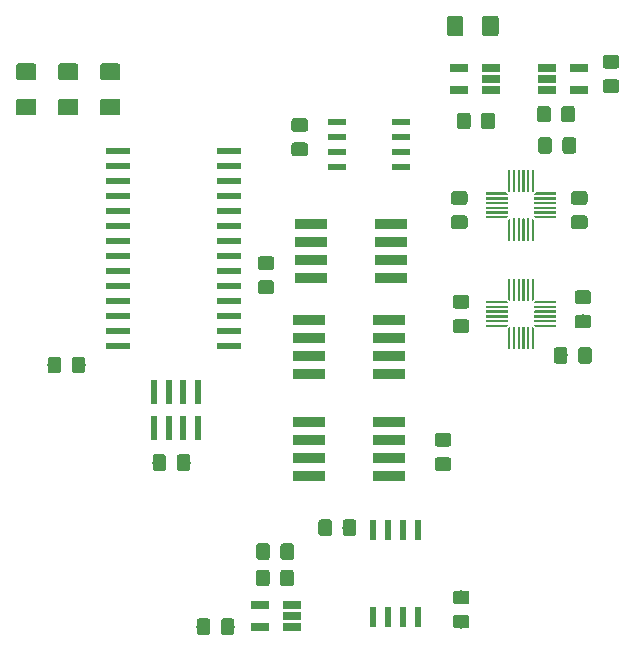
<source format=gtp>
G04 #@! TF.GenerationSoftware,KiCad,Pcbnew,(5.0.0-3-g5ebb6b6)*
G04 #@! TF.CreationDate,2018-11-15T12:51:39-05:00*
G04 #@! TF.ProjectId,sensors,73656E736F72732E6B696361645F7063,rev?*
G04 #@! TF.SameCoordinates,Original*
G04 #@! TF.FileFunction,Paste,Top*
G04 #@! TF.FilePolarity,Positive*
%FSLAX46Y46*%
G04 Gerber Fmt 4.6, Leading zero omitted, Abs format (unit mm)*
G04 Created by KiCad (PCBNEW (5.0.0-3-g5ebb6b6)) date Thursday, November 15, 2018 at 12:51:39 PM*
%MOMM*%
%LPD*%
G01*
G04 APERTURE LIST*
%ADD10R,2.800000X0.950000*%
%ADD11C,0.100000*%
%ADD12C,1.150000*%
%ADD13R,2.000000X0.600000*%
%ADD14R,0.550000X1.750000*%
%ADD15C,0.115147*%
%ADD16C,0.200000*%
%ADD17C,1.425000*%
%ADD18R,1.560000X0.650000*%
%ADD19R,0.530000X2.000000*%
%ADD20R,1.550000X0.600000*%
G04 APERTURE END LIST*
D10*
G04 #@! TO.C,U16*
X164084000Y-83304000D03*
X164084000Y-81784000D03*
X164084000Y-80264000D03*
X164084000Y-78744000D03*
X157284000Y-78744000D03*
X157284000Y-80264000D03*
X157284000Y-81784000D03*
X157284000Y-83304000D03*
G04 #@! TD*
D11*
G04 #@! TO.C,C13*
G36*
X154144505Y-73340204D02*
X154168773Y-73343804D01*
X154192572Y-73349765D01*
X154215671Y-73358030D01*
X154237850Y-73368520D01*
X154258893Y-73381132D01*
X154278599Y-73395747D01*
X154296777Y-73412223D01*
X154313253Y-73430401D01*
X154327868Y-73450107D01*
X154340480Y-73471150D01*
X154350970Y-73493329D01*
X154359235Y-73516428D01*
X154365196Y-73540227D01*
X154368796Y-73564495D01*
X154370000Y-73588999D01*
X154370000Y-74239001D01*
X154368796Y-74263505D01*
X154365196Y-74287773D01*
X154359235Y-74311572D01*
X154350970Y-74334671D01*
X154340480Y-74356850D01*
X154327868Y-74377893D01*
X154313253Y-74397599D01*
X154296777Y-74415777D01*
X154278599Y-74432253D01*
X154258893Y-74446868D01*
X154237850Y-74459480D01*
X154215671Y-74469970D01*
X154192572Y-74478235D01*
X154168773Y-74484196D01*
X154144505Y-74487796D01*
X154120001Y-74489000D01*
X153219999Y-74489000D01*
X153195495Y-74487796D01*
X153171227Y-74484196D01*
X153147428Y-74478235D01*
X153124329Y-74469970D01*
X153102150Y-74459480D01*
X153081107Y-74446868D01*
X153061401Y-74432253D01*
X153043223Y-74415777D01*
X153026747Y-74397599D01*
X153012132Y-74377893D01*
X152999520Y-74356850D01*
X152989030Y-74334671D01*
X152980765Y-74311572D01*
X152974804Y-74287773D01*
X152971204Y-74263505D01*
X152970000Y-74239001D01*
X152970000Y-73588999D01*
X152971204Y-73564495D01*
X152974804Y-73540227D01*
X152980765Y-73516428D01*
X152989030Y-73493329D01*
X152999520Y-73471150D01*
X153012132Y-73450107D01*
X153026747Y-73430401D01*
X153043223Y-73412223D01*
X153061401Y-73395747D01*
X153081107Y-73381132D01*
X153102150Y-73368520D01*
X153124329Y-73358030D01*
X153147428Y-73349765D01*
X153171227Y-73343804D01*
X153195495Y-73340204D01*
X153219999Y-73339000D01*
X154120001Y-73339000D01*
X154144505Y-73340204D01*
X154144505Y-73340204D01*
G37*
D12*
X153670000Y-73914000D03*
D11*
G36*
X154144505Y-75390204D02*
X154168773Y-75393804D01*
X154192572Y-75399765D01*
X154215671Y-75408030D01*
X154237850Y-75418520D01*
X154258893Y-75431132D01*
X154278599Y-75445747D01*
X154296777Y-75462223D01*
X154313253Y-75480401D01*
X154327868Y-75500107D01*
X154340480Y-75521150D01*
X154350970Y-75543329D01*
X154359235Y-75566428D01*
X154365196Y-75590227D01*
X154368796Y-75614495D01*
X154370000Y-75638999D01*
X154370000Y-76289001D01*
X154368796Y-76313505D01*
X154365196Y-76337773D01*
X154359235Y-76361572D01*
X154350970Y-76384671D01*
X154340480Y-76406850D01*
X154327868Y-76427893D01*
X154313253Y-76447599D01*
X154296777Y-76465777D01*
X154278599Y-76482253D01*
X154258893Y-76496868D01*
X154237850Y-76509480D01*
X154215671Y-76519970D01*
X154192572Y-76528235D01*
X154168773Y-76534196D01*
X154144505Y-76537796D01*
X154120001Y-76539000D01*
X153219999Y-76539000D01*
X153195495Y-76537796D01*
X153171227Y-76534196D01*
X153147428Y-76528235D01*
X153124329Y-76519970D01*
X153102150Y-76509480D01*
X153081107Y-76496868D01*
X153061401Y-76482253D01*
X153043223Y-76465777D01*
X153026747Y-76447599D01*
X153012132Y-76427893D01*
X152999520Y-76406850D01*
X152989030Y-76384671D01*
X152980765Y-76361572D01*
X152974804Y-76337773D01*
X152971204Y-76313505D01*
X152970000Y-76289001D01*
X152970000Y-75638999D01*
X152971204Y-75614495D01*
X152974804Y-75590227D01*
X152980765Y-75566428D01*
X152989030Y-75543329D01*
X152999520Y-75521150D01*
X153012132Y-75500107D01*
X153026747Y-75480401D01*
X153043223Y-75462223D01*
X153061401Y-75445747D01*
X153081107Y-75431132D01*
X153102150Y-75418520D01*
X153124329Y-75408030D01*
X153147428Y-75399765D01*
X153171227Y-75393804D01*
X153195495Y-75390204D01*
X153219999Y-75389000D01*
X154120001Y-75389000D01*
X154144505Y-75390204D01*
X154144505Y-75390204D01*
G37*
D12*
X153670000Y-75964000D03*
G04 #@! TD*
D13*
G04 #@! TO.C,U7*
X150496000Y-64389000D03*
X150496000Y-65659000D03*
X150496000Y-66929000D03*
X150496000Y-68199000D03*
X150496000Y-69469000D03*
X150496000Y-70739000D03*
X150496000Y-72009000D03*
X150496000Y-73279000D03*
X150496000Y-74549000D03*
X150496000Y-75819000D03*
X150496000Y-77089000D03*
X150496000Y-78359000D03*
X150496000Y-79629000D03*
X150496000Y-80899000D03*
X141096000Y-80899000D03*
X141096000Y-79629000D03*
X141096000Y-78359000D03*
X141096000Y-77089000D03*
X141096000Y-75819000D03*
X141096000Y-74549000D03*
X141096000Y-73279000D03*
X141096000Y-72009000D03*
X141096000Y-70739000D03*
X141096000Y-69469000D03*
X141096000Y-68199000D03*
X141096000Y-66929000D03*
X141096000Y-65659000D03*
X141096000Y-64389000D03*
G04 #@! TD*
D14*
G04 #@! TO.C,U11*
X162695000Y-96512000D03*
X163965000Y-96512000D03*
X165235000Y-96512000D03*
X166505000Y-96512000D03*
X166505000Y-103912000D03*
X165235000Y-103912000D03*
X163965000Y-103912000D03*
X162695000Y-103912000D03*
G04 #@! TD*
D11*
G04 #@! TO.C,C25*
G36*
X177641505Y-63258404D02*
X177665773Y-63262004D01*
X177689572Y-63267965D01*
X177712671Y-63276230D01*
X177734850Y-63286720D01*
X177755893Y-63299332D01*
X177775599Y-63313947D01*
X177793777Y-63330423D01*
X177810253Y-63348601D01*
X177824868Y-63368307D01*
X177837480Y-63389350D01*
X177847970Y-63411529D01*
X177856235Y-63434628D01*
X177862196Y-63458427D01*
X177865796Y-63482695D01*
X177867000Y-63507199D01*
X177867000Y-64407201D01*
X177865796Y-64431705D01*
X177862196Y-64455973D01*
X177856235Y-64479772D01*
X177847970Y-64502871D01*
X177837480Y-64525050D01*
X177824868Y-64546093D01*
X177810253Y-64565799D01*
X177793777Y-64583977D01*
X177775599Y-64600453D01*
X177755893Y-64615068D01*
X177734850Y-64627680D01*
X177712671Y-64638170D01*
X177689572Y-64646435D01*
X177665773Y-64652396D01*
X177641505Y-64655996D01*
X177617001Y-64657200D01*
X176966999Y-64657200D01*
X176942495Y-64655996D01*
X176918227Y-64652396D01*
X176894428Y-64646435D01*
X176871329Y-64638170D01*
X176849150Y-64627680D01*
X176828107Y-64615068D01*
X176808401Y-64600453D01*
X176790223Y-64583977D01*
X176773747Y-64565799D01*
X176759132Y-64546093D01*
X176746520Y-64525050D01*
X176736030Y-64502871D01*
X176727765Y-64479772D01*
X176721804Y-64455973D01*
X176718204Y-64431705D01*
X176717000Y-64407201D01*
X176717000Y-63507199D01*
X176718204Y-63482695D01*
X176721804Y-63458427D01*
X176727765Y-63434628D01*
X176736030Y-63411529D01*
X176746520Y-63389350D01*
X176759132Y-63368307D01*
X176773747Y-63348601D01*
X176790223Y-63330423D01*
X176808401Y-63313947D01*
X176828107Y-63299332D01*
X176849150Y-63286720D01*
X176871329Y-63276230D01*
X176894428Y-63267965D01*
X176918227Y-63262004D01*
X176942495Y-63258404D01*
X176966999Y-63257200D01*
X177617001Y-63257200D01*
X177641505Y-63258404D01*
X177641505Y-63258404D01*
G37*
D12*
X177292000Y-63957200D03*
D11*
G36*
X179691505Y-63258404D02*
X179715773Y-63262004D01*
X179739572Y-63267965D01*
X179762671Y-63276230D01*
X179784850Y-63286720D01*
X179805893Y-63299332D01*
X179825599Y-63313947D01*
X179843777Y-63330423D01*
X179860253Y-63348601D01*
X179874868Y-63368307D01*
X179887480Y-63389350D01*
X179897970Y-63411529D01*
X179906235Y-63434628D01*
X179912196Y-63458427D01*
X179915796Y-63482695D01*
X179917000Y-63507199D01*
X179917000Y-64407201D01*
X179915796Y-64431705D01*
X179912196Y-64455973D01*
X179906235Y-64479772D01*
X179897970Y-64502871D01*
X179887480Y-64525050D01*
X179874868Y-64546093D01*
X179860253Y-64565799D01*
X179843777Y-64583977D01*
X179825599Y-64600453D01*
X179805893Y-64615068D01*
X179784850Y-64627680D01*
X179762671Y-64638170D01*
X179739572Y-64646435D01*
X179715773Y-64652396D01*
X179691505Y-64655996D01*
X179667001Y-64657200D01*
X179016999Y-64657200D01*
X178992495Y-64655996D01*
X178968227Y-64652396D01*
X178944428Y-64646435D01*
X178921329Y-64638170D01*
X178899150Y-64627680D01*
X178878107Y-64615068D01*
X178858401Y-64600453D01*
X178840223Y-64583977D01*
X178823747Y-64565799D01*
X178809132Y-64546093D01*
X178796520Y-64525050D01*
X178786030Y-64502871D01*
X178777765Y-64479772D01*
X178771804Y-64455973D01*
X178768204Y-64431705D01*
X178767000Y-64407201D01*
X178767000Y-63507199D01*
X178768204Y-63482695D01*
X178771804Y-63458427D01*
X178777765Y-63434628D01*
X178786030Y-63411529D01*
X178796520Y-63389350D01*
X178809132Y-63368307D01*
X178823747Y-63348601D01*
X178840223Y-63330423D01*
X178858401Y-63313947D01*
X178878107Y-63299332D01*
X178899150Y-63286720D01*
X178921329Y-63276230D01*
X178944428Y-63267965D01*
X178968227Y-63262004D01*
X178992495Y-63258404D01*
X179016999Y-63257200D01*
X179667001Y-63257200D01*
X179691505Y-63258404D01*
X179691505Y-63258404D01*
G37*
D12*
X179342000Y-63957200D03*
G04 #@! TD*
D15*
G04 #@! TO.C,U14*
X176760000Y-70037200D03*
D11*
G36*
X176385000Y-70017200D02*
X176385000Y-69937200D01*
X178260000Y-69937200D01*
X178260000Y-70137200D01*
X176505000Y-70137200D01*
X176385000Y-70017200D01*
X176385000Y-70017200D01*
G37*
G36*
X178214901Y-69537441D02*
X178219755Y-69538161D01*
X178224514Y-69539353D01*
X178229134Y-69541006D01*
X178233570Y-69543104D01*
X178237779Y-69545627D01*
X178241720Y-69548549D01*
X178245355Y-69551845D01*
X178248651Y-69555480D01*
X178251573Y-69559421D01*
X178254096Y-69563630D01*
X178256194Y-69568066D01*
X178257847Y-69572686D01*
X178259039Y-69577445D01*
X178259759Y-69582299D01*
X178260000Y-69587200D01*
X178260000Y-69687200D01*
X178259759Y-69692101D01*
X178259039Y-69696955D01*
X178257847Y-69701714D01*
X178256194Y-69706334D01*
X178254096Y-69710770D01*
X178251573Y-69714979D01*
X178248651Y-69718920D01*
X178245355Y-69722555D01*
X178241720Y-69725851D01*
X178237779Y-69728773D01*
X178233570Y-69731296D01*
X178229134Y-69733394D01*
X178224514Y-69735047D01*
X178219755Y-69736239D01*
X178214901Y-69736959D01*
X178210000Y-69737200D01*
X176410000Y-69737200D01*
X176405099Y-69736959D01*
X176400245Y-69736239D01*
X176395486Y-69735047D01*
X176390866Y-69733394D01*
X176386430Y-69731296D01*
X176382221Y-69728773D01*
X176378280Y-69725851D01*
X176374645Y-69722555D01*
X176371349Y-69718920D01*
X176368427Y-69714979D01*
X176365904Y-69710770D01*
X176363806Y-69706334D01*
X176362153Y-69701714D01*
X176360961Y-69696955D01*
X176360241Y-69692101D01*
X176360000Y-69687200D01*
X176360000Y-69587200D01*
X176360241Y-69582299D01*
X176360961Y-69577445D01*
X176362153Y-69572686D01*
X176363806Y-69568066D01*
X176365904Y-69563630D01*
X176368427Y-69559421D01*
X176371349Y-69555480D01*
X176374645Y-69551845D01*
X176378280Y-69548549D01*
X176382221Y-69545627D01*
X176386430Y-69543104D01*
X176390866Y-69541006D01*
X176395486Y-69539353D01*
X176400245Y-69538161D01*
X176405099Y-69537441D01*
X176410000Y-69537200D01*
X178210000Y-69537200D01*
X178214901Y-69537441D01*
X178214901Y-69537441D01*
G37*
D16*
X177310000Y-69637200D03*
D11*
G36*
X178214901Y-69137441D02*
X178219755Y-69138161D01*
X178224514Y-69139353D01*
X178229134Y-69141006D01*
X178233570Y-69143104D01*
X178237779Y-69145627D01*
X178241720Y-69148549D01*
X178245355Y-69151845D01*
X178248651Y-69155480D01*
X178251573Y-69159421D01*
X178254096Y-69163630D01*
X178256194Y-69168066D01*
X178257847Y-69172686D01*
X178259039Y-69177445D01*
X178259759Y-69182299D01*
X178260000Y-69187200D01*
X178260000Y-69287200D01*
X178259759Y-69292101D01*
X178259039Y-69296955D01*
X178257847Y-69301714D01*
X178256194Y-69306334D01*
X178254096Y-69310770D01*
X178251573Y-69314979D01*
X178248651Y-69318920D01*
X178245355Y-69322555D01*
X178241720Y-69325851D01*
X178237779Y-69328773D01*
X178233570Y-69331296D01*
X178229134Y-69333394D01*
X178224514Y-69335047D01*
X178219755Y-69336239D01*
X178214901Y-69336959D01*
X178210000Y-69337200D01*
X176410000Y-69337200D01*
X176405099Y-69336959D01*
X176400245Y-69336239D01*
X176395486Y-69335047D01*
X176390866Y-69333394D01*
X176386430Y-69331296D01*
X176382221Y-69328773D01*
X176378280Y-69325851D01*
X176374645Y-69322555D01*
X176371349Y-69318920D01*
X176368427Y-69314979D01*
X176365904Y-69310770D01*
X176363806Y-69306334D01*
X176362153Y-69301714D01*
X176360961Y-69296955D01*
X176360241Y-69292101D01*
X176360000Y-69287200D01*
X176360000Y-69187200D01*
X176360241Y-69182299D01*
X176360961Y-69177445D01*
X176362153Y-69172686D01*
X176363806Y-69168066D01*
X176365904Y-69163630D01*
X176368427Y-69159421D01*
X176371349Y-69155480D01*
X176374645Y-69151845D01*
X176378280Y-69148549D01*
X176382221Y-69145627D01*
X176386430Y-69143104D01*
X176390866Y-69141006D01*
X176395486Y-69139353D01*
X176400245Y-69138161D01*
X176405099Y-69137441D01*
X176410000Y-69137200D01*
X178210000Y-69137200D01*
X178214901Y-69137441D01*
X178214901Y-69137441D01*
G37*
D16*
X177310000Y-69237200D03*
D11*
G36*
X178214901Y-68737441D02*
X178219755Y-68738161D01*
X178224514Y-68739353D01*
X178229134Y-68741006D01*
X178233570Y-68743104D01*
X178237779Y-68745627D01*
X178241720Y-68748549D01*
X178245355Y-68751845D01*
X178248651Y-68755480D01*
X178251573Y-68759421D01*
X178254096Y-68763630D01*
X178256194Y-68768066D01*
X178257847Y-68772686D01*
X178259039Y-68777445D01*
X178259759Y-68782299D01*
X178260000Y-68787200D01*
X178260000Y-68887200D01*
X178259759Y-68892101D01*
X178259039Y-68896955D01*
X178257847Y-68901714D01*
X178256194Y-68906334D01*
X178254096Y-68910770D01*
X178251573Y-68914979D01*
X178248651Y-68918920D01*
X178245355Y-68922555D01*
X178241720Y-68925851D01*
X178237779Y-68928773D01*
X178233570Y-68931296D01*
X178229134Y-68933394D01*
X178224514Y-68935047D01*
X178219755Y-68936239D01*
X178214901Y-68936959D01*
X178210000Y-68937200D01*
X176410000Y-68937200D01*
X176405099Y-68936959D01*
X176400245Y-68936239D01*
X176395486Y-68935047D01*
X176390866Y-68933394D01*
X176386430Y-68931296D01*
X176382221Y-68928773D01*
X176378280Y-68925851D01*
X176374645Y-68922555D01*
X176371349Y-68918920D01*
X176368427Y-68914979D01*
X176365904Y-68910770D01*
X176363806Y-68906334D01*
X176362153Y-68901714D01*
X176360961Y-68896955D01*
X176360241Y-68892101D01*
X176360000Y-68887200D01*
X176360000Y-68787200D01*
X176360241Y-68782299D01*
X176360961Y-68777445D01*
X176362153Y-68772686D01*
X176363806Y-68768066D01*
X176365904Y-68763630D01*
X176368427Y-68759421D01*
X176371349Y-68755480D01*
X176374645Y-68751845D01*
X176378280Y-68748549D01*
X176382221Y-68745627D01*
X176386430Y-68743104D01*
X176390866Y-68741006D01*
X176395486Y-68739353D01*
X176400245Y-68738161D01*
X176405099Y-68737441D01*
X176410000Y-68737200D01*
X178210000Y-68737200D01*
X178214901Y-68737441D01*
X178214901Y-68737441D01*
G37*
D16*
X177310000Y-68837200D03*
D11*
G36*
X178214901Y-68337441D02*
X178219755Y-68338161D01*
X178224514Y-68339353D01*
X178229134Y-68341006D01*
X178233570Y-68343104D01*
X178237779Y-68345627D01*
X178241720Y-68348549D01*
X178245355Y-68351845D01*
X178248651Y-68355480D01*
X178251573Y-68359421D01*
X178254096Y-68363630D01*
X178256194Y-68368066D01*
X178257847Y-68372686D01*
X178259039Y-68377445D01*
X178259759Y-68382299D01*
X178260000Y-68387200D01*
X178260000Y-68487200D01*
X178259759Y-68492101D01*
X178259039Y-68496955D01*
X178257847Y-68501714D01*
X178256194Y-68506334D01*
X178254096Y-68510770D01*
X178251573Y-68514979D01*
X178248651Y-68518920D01*
X178245355Y-68522555D01*
X178241720Y-68525851D01*
X178237779Y-68528773D01*
X178233570Y-68531296D01*
X178229134Y-68533394D01*
X178224514Y-68535047D01*
X178219755Y-68536239D01*
X178214901Y-68536959D01*
X178210000Y-68537200D01*
X176410000Y-68537200D01*
X176405099Y-68536959D01*
X176400245Y-68536239D01*
X176395486Y-68535047D01*
X176390866Y-68533394D01*
X176386430Y-68531296D01*
X176382221Y-68528773D01*
X176378280Y-68525851D01*
X176374645Y-68522555D01*
X176371349Y-68518920D01*
X176368427Y-68514979D01*
X176365904Y-68510770D01*
X176363806Y-68506334D01*
X176362153Y-68501714D01*
X176360961Y-68496955D01*
X176360241Y-68492101D01*
X176360000Y-68487200D01*
X176360000Y-68387200D01*
X176360241Y-68382299D01*
X176360961Y-68377445D01*
X176362153Y-68372686D01*
X176363806Y-68368066D01*
X176365904Y-68363630D01*
X176368427Y-68359421D01*
X176371349Y-68355480D01*
X176374645Y-68351845D01*
X176378280Y-68348549D01*
X176382221Y-68345627D01*
X176386430Y-68343104D01*
X176390866Y-68341006D01*
X176395486Y-68339353D01*
X176400245Y-68338161D01*
X176405099Y-68337441D01*
X176410000Y-68337200D01*
X178210000Y-68337200D01*
X178214901Y-68337441D01*
X178214901Y-68337441D01*
G37*
D16*
X177310000Y-68437200D03*
D15*
X176760000Y-68037200D03*
D11*
G36*
X176385000Y-68057200D02*
X176505000Y-67937200D01*
X178260000Y-67937200D01*
X178260000Y-68137200D01*
X176385000Y-68137200D01*
X176385000Y-68057200D01*
X176385000Y-68057200D01*
G37*
D15*
X176260000Y-67537200D03*
D11*
G36*
X176160000Y-66037200D02*
X176360000Y-66037200D01*
X176360000Y-67792200D01*
X176240000Y-67912200D01*
X176160000Y-67912200D01*
X176160000Y-66037200D01*
X176160000Y-66037200D01*
G37*
G36*
X175914901Y-66037441D02*
X175919755Y-66038161D01*
X175924514Y-66039353D01*
X175929134Y-66041006D01*
X175933570Y-66043104D01*
X175937779Y-66045627D01*
X175941720Y-66048549D01*
X175945355Y-66051845D01*
X175948651Y-66055480D01*
X175951573Y-66059421D01*
X175954096Y-66063630D01*
X175956194Y-66068066D01*
X175957847Y-66072686D01*
X175959039Y-66077445D01*
X175959759Y-66082299D01*
X175960000Y-66087200D01*
X175960000Y-67887200D01*
X175959759Y-67892101D01*
X175959039Y-67896955D01*
X175957847Y-67901714D01*
X175956194Y-67906334D01*
X175954096Y-67910770D01*
X175951573Y-67914979D01*
X175948651Y-67918920D01*
X175945355Y-67922555D01*
X175941720Y-67925851D01*
X175937779Y-67928773D01*
X175933570Y-67931296D01*
X175929134Y-67933394D01*
X175924514Y-67935047D01*
X175919755Y-67936239D01*
X175914901Y-67936959D01*
X175910000Y-67937200D01*
X175810000Y-67937200D01*
X175805099Y-67936959D01*
X175800245Y-67936239D01*
X175795486Y-67935047D01*
X175790866Y-67933394D01*
X175786430Y-67931296D01*
X175782221Y-67928773D01*
X175778280Y-67925851D01*
X175774645Y-67922555D01*
X175771349Y-67918920D01*
X175768427Y-67914979D01*
X175765904Y-67910770D01*
X175763806Y-67906334D01*
X175762153Y-67901714D01*
X175760961Y-67896955D01*
X175760241Y-67892101D01*
X175760000Y-67887200D01*
X175760000Y-66087200D01*
X175760241Y-66082299D01*
X175760961Y-66077445D01*
X175762153Y-66072686D01*
X175763806Y-66068066D01*
X175765904Y-66063630D01*
X175768427Y-66059421D01*
X175771349Y-66055480D01*
X175774645Y-66051845D01*
X175778280Y-66048549D01*
X175782221Y-66045627D01*
X175786430Y-66043104D01*
X175790866Y-66041006D01*
X175795486Y-66039353D01*
X175800245Y-66038161D01*
X175805099Y-66037441D01*
X175810000Y-66037200D01*
X175910000Y-66037200D01*
X175914901Y-66037441D01*
X175914901Y-66037441D01*
G37*
D16*
X175860000Y-66987200D03*
D11*
G36*
X175514901Y-66037441D02*
X175519755Y-66038161D01*
X175524514Y-66039353D01*
X175529134Y-66041006D01*
X175533570Y-66043104D01*
X175537779Y-66045627D01*
X175541720Y-66048549D01*
X175545355Y-66051845D01*
X175548651Y-66055480D01*
X175551573Y-66059421D01*
X175554096Y-66063630D01*
X175556194Y-66068066D01*
X175557847Y-66072686D01*
X175559039Y-66077445D01*
X175559759Y-66082299D01*
X175560000Y-66087200D01*
X175560000Y-67887200D01*
X175559759Y-67892101D01*
X175559039Y-67896955D01*
X175557847Y-67901714D01*
X175556194Y-67906334D01*
X175554096Y-67910770D01*
X175551573Y-67914979D01*
X175548651Y-67918920D01*
X175545355Y-67922555D01*
X175541720Y-67925851D01*
X175537779Y-67928773D01*
X175533570Y-67931296D01*
X175529134Y-67933394D01*
X175524514Y-67935047D01*
X175519755Y-67936239D01*
X175514901Y-67936959D01*
X175510000Y-67937200D01*
X175410000Y-67937200D01*
X175405099Y-67936959D01*
X175400245Y-67936239D01*
X175395486Y-67935047D01*
X175390866Y-67933394D01*
X175386430Y-67931296D01*
X175382221Y-67928773D01*
X175378280Y-67925851D01*
X175374645Y-67922555D01*
X175371349Y-67918920D01*
X175368427Y-67914979D01*
X175365904Y-67910770D01*
X175363806Y-67906334D01*
X175362153Y-67901714D01*
X175360961Y-67896955D01*
X175360241Y-67892101D01*
X175360000Y-67887200D01*
X175360000Y-66087200D01*
X175360241Y-66082299D01*
X175360961Y-66077445D01*
X175362153Y-66072686D01*
X175363806Y-66068066D01*
X175365904Y-66063630D01*
X175368427Y-66059421D01*
X175371349Y-66055480D01*
X175374645Y-66051845D01*
X175378280Y-66048549D01*
X175382221Y-66045627D01*
X175386430Y-66043104D01*
X175390866Y-66041006D01*
X175395486Y-66039353D01*
X175400245Y-66038161D01*
X175405099Y-66037441D01*
X175410000Y-66037200D01*
X175510000Y-66037200D01*
X175514901Y-66037441D01*
X175514901Y-66037441D01*
G37*
D16*
X175460000Y-66987200D03*
D11*
G36*
X175114901Y-66037441D02*
X175119755Y-66038161D01*
X175124514Y-66039353D01*
X175129134Y-66041006D01*
X175133570Y-66043104D01*
X175137779Y-66045627D01*
X175141720Y-66048549D01*
X175145355Y-66051845D01*
X175148651Y-66055480D01*
X175151573Y-66059421D01*
X175154096Y-66063630D01*
X175156194Y-66068066D01*
X175157847Y-66072686D01*
X175159039Y-66077445D01*
X175159759Y-66082299D01*
X175160000Y-66087200D01*
X175160000Y-67887200D01*
X175159759Y-67892101D01*
X175159039Y-67896955D01*
X175157847Y-67901714D01*
X175156194Y-67906334D01*
X175154096Y-67910770D01*
X175151573Y-67914979D01*
X175148651Y-67918920D01*
X175145355Y-67922555D01*
X175141720Y-67925851D01*
X175137779Y-67928773D01*
X175133570Y-67931296D01*
X175129134Y-67933394D01*
X175124514Y-67935047D01*
X175119755Y-67936239D01*
X175114901Y-67936959D01*
X175110000Y-67937200D01*
X175010000Y-67937200D01*
X175005099Y-67936959D01*
X175000245Y-67936239D01*
X174995486Y-67935047D01*
X174990866Y-67933394D01*
X174986430Y-67931296D01*
X174982221Y-67928773D01*
X174978280Y-67925851D01*
X174974645Y-67922555D01*
X174971349Y-67918920D01*
X174968427Y-67914979D01*
X174965904Y-67910770D01*
X174963806Y-67906334D01*
X174962153Y-67901714D01*
X174960961Y-67896955D01*
X174960241Y-67892101D01*
X174960000Y-67887200D01*
X174960000Y-66087200D01*
X174960241Y-66082299D01*
X174960961Y-66077445D01*
X174962153Y-66072686D01*
X174963806Y-66068066D01*
X174965904Y-66063630D01*
X174968427Y-66059421D01*
X174971349Y-66055480D01*
X174974645Y-66051845D01*
X174978280Y-66048549D01*
X174982221Y-66045627D01*
X174986430Y-66043104D01*
X174990866Y-66041006D01*
X174995486Y-66039353D01*
X175000245Y-66038161D01*
X175005099Y-66037441D01*
X175010000Y-66037200D01*
X175110000Y-66037200D01*
X175114901Y-66037441D01*
X175114901Y-66037441D01*
G37*
D16*
X175060000Y-66987200D03*
D11*
G36*
X174714901Y-66037441D02*
X174719755Y-66038161D01*
X174724514Y-66039353D01*
X174729134Y-66041006D01*
X174733570Y-66043104D01*
X174737779Y-66045627D01*
X174741720Y-66048549D01*
X174745355Y-66051845D01*
X174748651Y-66055480D01*
X174751573Y-66059421D01*
X174754096Y-66063630D01*
X174756194Y-66068066D01*
X174757847Y-66072686D01*
X174759039Y-66077445D01*
X174759759Y-66082299D01*
X174760000Y-66087200D01*
X174760000Y-67887200D01*
X174759759Y-67892101D01*
X174759039Y-67896955D01*
X174757847Y-67901714D01*
X174756194Y-67906334D01*
X174754096Y-67910770D01*
X174751573Y-67914979D01*
X174748651Y-67918920D01*
X174745355Y-67922555D01*
X174741720Y-67925851D01*
X174737779Y-67928773D01*
X174733570Y-67931296D01*
X174729134Y-67933394D01*
X174724514Y-67935047D01*
X174719755Y-67936239D01*
X174714901Y-67936959D01*
X174710000Y-67937200D01*
X174610000Y-67937200D01*
X174605099Y-67936959D01*
X174600245Y-67936239D01*
X174595486Y-67935047D01*
X174590866Y-67933394D01*
X174586430Y-67931296D01*
X174582221Y-67928773D01*
X174578280Y-67925851D01*
X174574645Y-67922555D01*
X174571349Y-67918920D01*
X174568427Y-67914979D01*
X174565904Y-67910770D01*
X174563806Y-67906334D01*
X174562153Y-67901714D01*
X174560961Y-67896955D01*
X174560241Y-67892101D01*
X174560000Y-67887200D01*
X174560000Y-66087200D01*
X174560241Y-66082299D01*
X174560961Y-66077445D01*
X174562153Y-66072686D01*
X174563806Y-66068066D01*
X174565904Y-66063630D01*
X174568427Y-66059421D01*
X174571349Y-66055480D01*
X174574645Y-66051845D01*
X174578280Y-66048549D01*
X174582221Y-66045627D01*
X174586430Y-66043104D01*
X174590866Y-66041006D01*
X174595486Y-66039353D01*
X174600245Y-66038161D01*
X174605099Y-66037441D01*
X174610000Y-66037200D01*
X174710000Y-66037200D01*
X174714901Y-66037441D01*
X174714901Y-66037441D01*
G37*
D16*
X174660000Y-66987200D03*
D15*
X174260000Y-67537200D03*
D11*
G36*
X174160000Y-67792200D02*
X174160000Y-66037200D01*
X174360000Y-66037200D01*
X174360000Y-67912200D01*
X174280000Y-67912200D01*
X174160000Y-67792200D01*
X174160000Y-67792200D01*
G37*
D15*
X173760000Y-68037200D03*
D11*
G36*
X172260000Y-67937200D02*
X174015000Y-67937200D01*
X174135000Y-68057200D01*
X174135000Y-68137200D01*
X172260000Y-68137200D01*
X172260000Y-67937200D01*
X172260000Y-67937200D01*
G37*
G36*
X174114901Y-68337441D02*
X174119755Y-68338161D01*
X174124514Y-68339353D01*
X174129134Y-68341006D01*
X174133570Y-68343104D01*
X174137779Y-68345627D01*
X174141720Y-68348549D01*
X174145355Y-68351845D01*
X174148651Y-68355480D01*
X174151573Y-68359421D01*
X174154096Y-68363630D01*
X174156194Y-68368066D01*
X174157847Y-68372686D01*
X174159039Y-68377445D01*
X174159759Y-68382299D01*
X174160000Y-68387200D01*
X174160000Y-68487200D01*
X174159759Y-68492101D01*
X174159039Y-68496955D01*
X174157847Y-68501714D01*
X174156194Y-68506334D01*
X174154096Y-68510770D01*
X174151573Y-68514979D01*
X174148651Y-68518920D01*
X174145355Y-68522555D01*
X174141720Y-68525851D01*
X174137779Y-68528773D01*
X174133570Y-68531296D01*
X174129134Y-68533394D01*
X174124514Y-68535047D01*
X174119755Y-68536239D01*
X174114901Y-68536959D01*
X174110000Y-68537200D01*
X172310000Y-68537200D01*
X172305099Y-68536959D01*
X172300245Y-68536239D01*
X172295486Y-68535047D01*
X172290866Y-68533394D01*
X172286430Y-68531296D01*
X172282221Y-68528773D01*
X172278280Y-68525851D01*
X172274645Y-68522555D01*
X172271349Y-68518920D01*
X172268427Y-68514979D01*
X172265904Y-68510770D01*
X172263806Y-68506334D01*
X172262153Y-68501714D01*
X172260961Y-68496955D01*
X172260241Y-68492101D01*
X172260000Y-68487200D01*
X172260000Y-68387200D01*
X172260241Y-68382299D01*
X172260961Y-68377445D01*
X172262153Y-68372686D01*
X172263806Y-68368066D01*
X172265904Y-68363630D01*
X172268427Y-68359421D01*
X172271349Y-68355480D01*
X172274645Y-68351845D01*
X172278280Y-68348549D01*
X172282221Y-68345627D01*
X172286430Y-68343104D01*
X172290866Y-68341006D01*
X172295486Y-68339353D01*
X172300245Y-68338161D01*
X172305099Y-68337441D01*
X172310000Y-68337200D01*
X174110000Y-68337200D01*
X174114901Y-68337441D01*
X174114901Y-68337441D01*
G37*
D16*
X173210000Y-68437200D03*
D11*
G36*
X174114901Y-68737441D02*
X174119755Y-68738161D01*
X174124514Y-68739353D01*
X174129134Y-68741006D01*
X174133570Y-68743104D01*
X174137779Y-68745627D01*
X174141720Y-68748549D01*
X174145355Y-68751845D01*
X174148651Y-68755480D01*
X174151573Y-68759421D01*
X174154096Y-68763630D01*
X174156194Y-68768066D01*
X174157847Y-68772686D01*
X174159039Y-68777445D01*
X174159759Y-68782299D01*
X174160000Y-68787200D01*
X174160000Y-68887200D01*
X174159759Y-68892101D01*
X174159039Y-68896955D01*
X174157847Y-68901714D01*
X174156194Y-68906334D01*
X174154096Y-68910770D01*
X174151573Y-68914979D01*
X174148651Y-68918920D01*
X174145355Y-68922555D01*
X174141720Y-68925851D01*
X174137779Y-68928773D01*
X174133570Y-68931296D01*
X174129134Y-68933394D01*
X174124514Y-68935047D01*
X174119755Y-68936239D01*
X174114901Y-68936959D01*
X174110000Y-68937200D01*
X172310000Y-68937200D01*
X172305099Y-68936959D01*
X172300245Y-68936239D01*
X172295486Y-68935047D01*
X172290866Y-68933394D01*
X172286430Y-68931296D01*
X172282221Y-68928773D01*
X172278280Y-68925851D01*
X172274645Y-68922555D01*
X172271349Y-68918920D01*
X172268427Y-68914979D01*
X172265904Y-68910770D01*
X172263806Y-68906334D01*
X172262153Y-68901714D01*
X172260961Y-68896955D01*
X172260241Y-68892101D01*
X172260000Y-68887200D01*
X172260000Y-68787200D01*
X172260241Y-68782299D01*
X172260961Y-68777445D01*
X172262153Y-68772686D01*
X172263806Y-68768066D01*
X172265904Y-68763630D01*
X172268427Y-68759421D01*
X172271349Y-68755480D01*
X172274645Y-68751845D01*
X172278280Y-68748549D01*
X172282221Y-68745627D01*
X172286430Y-68743104D01*
X172290866Y-68741006D01*
X172295486Y-68739353D01*
X172300245Y-68738161D01*
X172305099Y-68737441D01*
X172310000Y-68737200D01*
X174110000Y-68737200D01*
X174114901Y-68737441D01*
X174114901Y-68737441D01*
G37*
D16*
X173210000Y-68837200D03*
D11*
G36*
X174114901Y-69137441D02*
X174119755Y-69138161D01*
X174124514Y-69139353D01*
X174129134Y-69141006D01*
X174133570Y-69143104D01*
X174137779Y-69145627D01*
X174141720Y-69148549D01*
X174145355Y-69151845D01*
X174148651Y-69155480D01*
X174151573Y-69159421D01*
X174154096Y-69163630D01*
X174156194Y-69168066D01*
X174157847Y-69172686D01*
X174159039Y-69177445D01*
X174159759Y-69182299D01*
X174160000Y-69187200D01*
X174160000Y-69287200D01*
X174159759Y-69292101D01*
X174159039Y-69296955D01*
X174157847Y-69301714D01*
X174156194Y-69306334D01*
X174154096Y-69310770D01*
X174151573Y-69314979D01*
X174148651Y-69318920D01*
X174145355Y-69322555D01*
X174141720Y-69325851D01*
X174137779Y-69328773D01*
X174133570Y-69331296D01*
X174129134Y-69333394D01*
X174124514Y-69335047D01*
X174119755Y-69336239D01*
X174114901Y-69336959D01*
X174110000Y-69337200D01*
X172310000Y-69337200D01*
X172305099Y-69336959D01*
X172300245Y-69336239D01*
X172295486Y-69335047D01*
X172290866Y-69333394D01*
X172286430Y-69331296D01*
X172282221Y-69328773D01*
X172278280Y-69325851D01*
X172274645Y-69322555D01*
X172271349Y-69318920D01*
X172268427Y-69314979D01*
X172265904Y-69310770D01*
X172263806Y-69306334D01*
X172262153Y-69301714D01*
X172260961Y-69296955D01*
X172260241Y-69292101D01*
X172260000Y-69287200D01*
X172260000Y-69187200D01*
X172260241Y-69182299D01*
X172260961Y-69177445D01*
X172262153Y-69172686D01*
X172263806Y-69168066D01*
X172265904Y-69163630D01*
X172268427Y-69159421D01*
X172271349Y-69155480D01*
X172274645Y-69151845D01*
X172278280Y-69148549D01*
X172282221Y-69145627D01*
X172286430Y-69143104D01*
X172290866Y-69141006D01*
X172295486Y-69139353D01*
X172300245Y-69138161D01*
X172305099Y-69137441D01*
X172310000Y-69137200D01*
X174110000Y-69137200D01*
X174114901Y-69137441D01*
X174114901Y-69137441D01*
G37*
D16*
X173210000Y-69237200D03*
D11*
G36*
X174114901Y-69537441D02*
X174119755Y-69538161D01*
X174124514Y-69539353D01*
X174129134Y-69541006D01*
X174133570Y-69543104D01*
X174137779Y-69545627D01*
X174141720Y-69548549D01*
X174145355Y-69551845D01*
X174148651Y-69555480D01*
X174151573Y-69559421D01*
X174154096Y-69563630D01*
X174156194Y-69568066D01*
X174157847Y-69572686D01*
X174159039Y-69577445D01*
X174159759Y-69582299D01*
X174160000Y-69587200D01*
X174160000Y-69687200D01*
X174159759Y-69692101D01*
X174159039Y-69696955D01*
X174157847Y-69701714D01*
X174156194Y-69706334D01*
X174154096Y-69710770D01*
X174151573Y-69714979D01*
X174148651Y-69718920D01*
X174145355Y-69722555D01*
X174141720Y-69725851D01*
X174137779Y-69728773D01*
X174133570Y-69731296D01*
X174129134Y-69733394D01*
X174124514Y-69735047D01*
X174119755Y-69736239D01*
X174114901Y-69736959D01*
X174110000Y-69737200D01*
X172310000Y-69737200D01*
X172305099Y-69736959D01*
X172300245Y-69736239D01*
X172295486Y-69735047D01*
X172290866Y-69733394D01*
X172286430Y-69731296D01*
X172282221Y-69728773D01*
X172278280Y-69725851D01*
X172274645Y-69722555D01*
X172271349Y-69718920D01*
X172268427Y-69714979D01*
X172265904Y-69710770D01*
X172263806Y-69706334D01*
X172262153Y-69701714D01*
X172260961Y-69696955D01*
X172260241Y-69692101D01*
X172260000Y-69687200D01*
X172260000Y-69587200D01*
X172260241Y-69582299D01*
X172260961Y-69577445D01*
X172262153Y-69572686D01*
X172263806Y-69568066D01*
X172265904Y-69563630D01*
X172268427Y-69559421D01*
X172271349Y-69555480D01*
X172274645Y-69551845D01*
X172278280Y-69548549D01*
X172282221Y-69545627D01*
X172286430Y-69543104D01*
X172290866Y-69541006D01*
X172295486Y-69539353D01*
X172300245Y-69538161D01*
X172305099Y-69537441D01*
X172310000Y-69537200D01*
X174110000Y-69537200D01*
X174114901Y-69537441D01*
X174114901Y-69537441D01*
G37*
D16*
X173210000Y-69637200D03*
D15*
X173760000Y-70037200D03*
D11*
G36*
X172260000Y-69937200D02*
X174135000Y-69937200D01*
X174135000Y-70017200D01*
X174015000Y-70137200D01*
X172260000Y-70137200D01*
X172260000Y-69937200D01*
X172260000Y-69937200D01*
G37*
D15*
X174260000Y-70537200D03*
D11*
G36*
X174160000Y-70282200D02*
X174280000Y-70162200D01*
X174360000Y-70162200D01*
X174360000Y-72037200D01*
X174160000Y-72037200D01*
X174160000Y-70282200D01*
X174160000Y-70282200D01*
G37*
G36*
X174714901Y-70137441D02*
X174719755Y-70138161D01*
X174724514Y-70139353D01*
X174729134Y-70141006D01*
X174733570Y-70143104D01*
X174737779Y-70145627D01*
X174741720Y-70148549D01*
X174745355Y-70151845D01*
X174748651Y-70155480D01*
X174751573Y-70159421D01*
X174754096Y-70163630D01*
X174756194Y-70168066D01*
X174757847Y-70172686D01*
X174759039Y-70177445D01*
X174759759Y-70182299D01*
X174760000Y-70187200D01*
X174760000Y-71987200D01*
X174759759Y-71992101D01*
X174759039Y-71996955D01*
X174757847Y-72001714D01*
X174756194Y-72006334D01*
X174754096Y-72010770D01*
X174751573Y-72014979D01*
X174748651Y-72018920D01*
X174745355Y-72022555D01*
X174741720Y-72025851D01*
X174737779Y-72028773D01*
X174733570Y-72031296D01*
X174729134Y-72033394D01*
X174724514Y-72035047D01*
X174719755Y-72036239D01*
X174714901Y-72036959D01*
X174710000Y-72037200D01*
X174610000Y-72037200D01*
X174605099Y-72036959D01*
X174600245Y-72036239D01*
X174595486Y-72035047D01*
X174590866Y-72033394D01*
X174586430Y-72031296D01*
X174582221Y-72028773D01*
X174578280Y-72025851D01*
X174574645Y-72022555D01*
X174571349Y-72018920D01*
X174568427Y-72014979D01*
X174565904Y-72010770D01*
X174563806Y-72006334D01*
X174562153Y-72001714D01*
X174560961Y-71996955D01*
X174560241Y-71992101D01*
X174560000Y-71987200D01*
X174560000Y-70187200D01*
X174560241Y-70182299D01*
X174560961Y-70177445D01*
X174562153Y-70172686D01*
X174563806Y-70168066D01*
X174565904Y-70163630D01*
X174568427Y-70159421D01*
X174571349Y-70155480D01*
X174574645Y-70151845D01*
X174578280Y-70148549D01*
X174582221Y-70145627D01*
X174586430Y-70143104D01*
X174590866Y-70141006D01*
X174595486Y-70139353D01*
X174600245Y-70138161D01*
X174605099Y-70137441D01*
X174610000Y-70137200D01*
X174710000Y-70137200D01*
X174714901Y-70137441D01*
X174714901Y-70137441D01*
G37*
D16*
X174660000Y-71087200D03*
D11*
G36*
X175114901Y-70137441D02*
X175119755Y-70138161D01*
X175124514Y-70139353D01*
X175129134Y-70141006D01*
X175133570Y-70143104D01*
X175137779Y-70145627D01*
X175141720Y-70148549D01*
X175145355Y-70151845D01*
X175148651Y-70155480D01*
X175151573Y-70159421D01*
X175154096Y-70163630D01*
X175156194Y-70168066D01*
X175157847Y-70172686D01*
X175159039Y-70177445D01*
X175159759Y-70182299D01*
X175160000Y-70187200D01*
X175160000Y-71987200D01*
X175159759Y-71992101D01*
X175159039Y-71996955D01*
X175157847Y-72001714D01*
X175156194Y-72006334D01*
X175154096Y-72010770D01*
X175151573Y-72014979D01*
X175148651Y-72018920D01*
X175145355Y-72022555D01*
X175141720Y-72025851D01*
X175137779Y-72028773D01*
X175133570Y-72031296D01*
X175129134Y-72033394D01*
X175124514Y-72035047D01*
X175119755Y-72036239D01*
X175114901Y-72036959D01*
X175110000Y-72037200D01*
X175010000Y-72037200D01*
X175005099Y-72036959D01*
X175000245Y-72036239D01*
X174995486Y-72035047D01*
X174990866Y-72033394D01*
X174986430Y-72031296D01*
X174982221Y-72028773D01*
X174978280Y-72025851D01*
X174974645Y-72022555D01*
X174971349Y-72018920D01*
X174968427Y-72014979D01*
X174965904Y-72010770D01*
X174963806Y-72006334D01*
X174962153Y-72001714D01*
X174960961Y-71996955D01*
X174960241Y-71992101D01*
X174960000Y-71987200D01*
X174960000Y-70187200D01*
X174960241Y-70182299D01*
X174960961Y-70177445D01*
X174962153Y-70172686D01*
X174963806Y-70168066D01*
X174965904Y-70163630D01*
X174968427Y-70159421D01*
X174971349Y-70155480D01*
X174974645Y-70151845D01*
X174978280Y-70148549D01*
X174982221Y-70145627D01*
X174986430Y-70143104D01*
X174990866Y-70141006D01*
X174995486Y-70139353D01*
X175000245Y-70138161D01*
X175005099Y-70137441D01*
X175010000Y-70137200D01*
X175110000Y-70137200D01*
X175114901Y-70137441D01*
X175114901Y-70137441D01*
G37*
D16*
X175060000Y-71087200D03*
D11*
G36*
X175514901Y-70137441D02*
X175519755Y-70138161D01*
X175524514Y-70139353D01*
X175529134Y-70141006D01*
X175533570Y-70143104D01*
X175537779Y-70145627D01*
X175541720Y-70148549D01*
X175545355Y-70151845D01*
X175548651Y-70155480D01*
X175551573Y-70159421D01*
X175554096Y-70163630D01*
X175556194Y-70168066D01*
X175557847Y-70172686D01*
X175559039Y-70177445D01*
X175559759Y-70182299D01*
X175560000Y-70187200D01*
X175560000Y-71987200D01*
X175559759Y-71992101D01*
X175559039Y-71996955D01*
X175557847Y-72001714D01*
X175556194Y-72006334D01*
X175554096Y-72010770D01*
X175551573Y-72014979D01*
X175548651Y-72018920D01*
X175545355Y-72022555D01*
X175541720Y-72025851D01*
X175537779Y-72028773D01*
X175533570Y-72031296D01*
X175529134Y-72033394D01*
X175524514Y-72035047D01*
X175519755Y-72036239D01*
X175514901Y-72036959D01*
X175510000Y-72037200D01*
X175410000Y-72037200D01*
X175405099Y-72036959D01*
X175400245Y-72036239D01*
X175395486Y-72035047D01*
X175390866Y-72033394D01*
X175386430Y-72031296D01*
X175382221Y-72028773D01*
X175378280Y-72025851D01*
X175374645Y-72022555D01*
X175371349Y-72018920D01*
X175368427Y-72014979D01*
X175365904Y-72010770D01*
X175363806Y-72006334D01*
X175362153Y-72001714D01*
X175360961Y-71996955D01*
X175360241Y-71992101D01*
X175360000Y-71987200D01*
X175360000Y-70187200D01*
X175360241Y-70182299D01*
X175360961Y-70177445D01*
X175362153Y-70172686D01*
X175363806Y-70168066D01*
X175365904Y-70163630D01*
X175368427Y-70159421D01*
X175371349Y-70155480D01*
X175374645Y-70151845D01*
X175378280Y-70148549D01*
X175382221Y-70145627D01*
X175386430Y-70143104D01*
X175390866Y-70141006D01*
X175395486Y-70139353D01*
X175400245Y-70138161D01*
X175405099Y-70137441D01*
X175410000Y-70137200D01*
X175510000Y-70137200D01*
X175514901Y-70137441D01*
X175514901Y-70137441D01*
G37*
D16*
X175460000Y-71087200D03*
D11*
G36*
X175914901Y-70137441D02*
X175919755Y-70138161D01*
X175924514Y-70139353D01*
X175929134Y-70141006D01*
X175933570Y-70143104D01*
X175937779Y-70145627D01*
X175941720Y-70148549D01*
X175945355Y-70151845D01*
X175948651Y-70155480D01*
X175951573Y-70159421D01*
X175954096Y-70163630D01*
X175956194Y-70168066D01*
X175957847Y-70172686D01*
X175959039Y-70177445D01*
X175959759Y-70182299D01*
X175960000Y-70187200D01*
X175960000Y-71987200D01*
X175959759Y-71992101D01*
X175959039Y-71996955D01*
X175957847Y-72001714D01*
X175956194Y-72006334D01*
X175954096Y-72010770D01*
X175951573Y-72014979D01*
X175948651Y-72018920D01*
X175945355Y-72022555D01*
X175941720Y-72025851D01*
X175937779Y-72028773D01*
X175933570Y-72031296D01*
X175929134Y-72033394D01*
X175924514Y-72035047D01*
X175919755Y-72036239D01*
X175914901Y-72036959D01*
X175910000Y-72037200D01*
X175810000Y-72037200D01*
X175805099Y-72036959D01*
X175800245Y-72036239D01*
X175795486Y-72035047D01*
X175790866Y-72033394D01*
X175786430Y-72031296D01*
X175782221Y-72028773D01*
X175778280Y-72025851D01*
X175774645Y-72022555D01*
X175771349Y-72018920D01*
X175768427Y-72014979D01*
X175765904Y-72010770D01*
X175763806Y-72006334D01*
X175762153Y-72001714D01*
X175760961Y-71996955D01*
X175760241Y-71992101D01*
X175760000Y-71987200D01*
X175760000Y-70187200D01*
X175760241Y-70182299D01*
X175760961Y-70177445D01*
X175762153Y-70172686D01*
X175763806Y-70168066D01*
X175765904Y-70163630D01*
X175768427Y-70159421D01*
X175771349Y-70155480D01*
X175774645Y-70151845D01*
X175778280Y-70148549D01*
X175782221Y-70145627D01*
X175786430Y-70143104D01*
X175790866Y-70141006D01*
X175795486Y-70139353D01*
X175800245Y-70138161D01*
X175805099Y-70137441D01*
X175810000Y-70137200D01*
X175910000Y-70137200D01*
X175914901Y-70137441D01*
X175914901Y-70137441D01*
G37*
D16*
X175860000Y-71087200D03*
D15*
X176260000Y-70537200D03*
D11*
G36*
X176160000Y-70162200D02*
X176240000Y-70162200D01*
X176360000Y-70282200D01*
X176360000Y-72037200D01*
X176160000Y-72037200D01*
X176160000Y-70162200D01*
X176160000Y-70162200D01*
G37*
G04 #@! TD*
G04 #@! TO.C,R2*
G36*
X170159004Y-52974204D02*
X170183273Y-52977804D01*
X170207071Y-52983765D01*
X170230171Y-52992030D01*
X170252349Y-53002520D01*
X170273393Y-53015133D01*
X170293098Y-53029747D01*
X170311277Y-53046223D01*
X170327753Y-53064402D01*
X170342367Y-53084107D01*
X170354980Y-53105151D01*
X170365470Y-53127329D01*
X170373735Y-53150429D01*
X170379696Y-53174227D01*
X170383296Y-53198496D01*
X170384500Y-53223000D01*
X170384500Y-54473000D01*
X170383296Y-54497504D01*
X170379696Y-54521773D01*
X170373735Y-54545571D01*
X170365470Y-54568671D01*
X170354980Y-54590849D01*
X170342367Y-54611893D01*
X170327753Y-54631598D01*
X170311277Y-54649777D01*
X170293098Y-54666253D01*
X170273393Y-54680867D01*
X170252349Y-54693480D01*
X170230171Y-54703970D01*
X170207071Y-54712235D01*
X170183273Y-54718196D01*
X170159004Y-54721796D01*
X170134500Y-54723000D01*
X169209500Y-54723000D01*
X169184996Y-54721796D01*
X169160727Y-54718196D01*
X169136929Y-54712235D01*
X169113829Y-54703970D01*
X169091651Y-54693480D01*
X169070607Y-54680867D01*
X169050902Y-54666253D01*
X169032723Y-54649777D01*
X169016247Y-54631598D01*
X169001633Y-54611893D01*
X168989020Y-54590849D01*
X168978530Y-54568671D01*
X168970265Y-54545571D01*
X168964304Y-54521773D01*
X168960704Y-54497504D01*
X168959500Y-54473000D01*
X168959500Y-53223000D01*
X168960704Y-53198496D01*
X168964304Y-53174227D01*
X168970265Y-53150429D01*
X168978530Y-53127329D01*
X168989020Y-53105151D01*
X169001633Y-53084107D01*
X169016247Y-53064402D01*
X169032723Y-53046223D01*
X169050902Y-53029747D01*
X169070607Y-53015133D01*
X169091651Y-53002520D01*
X169113829Y-52992030D01*
X169136929Y-52983765D01*
X169160727Y-52977804D01*
X169184996Y-52974204D01*
X169209500Y-52973000D01*
X170134500Y-52973000D01*
X170159004Y-52974204D01*
X170159004Y-52974204D01*
G37*
D17*
X169672000Y-53848000D03*
D11*
G36*
X173134004Y-52974204D02*
X173158273Y-52977804D01*
X173182071Y-52983765D01*
X173205171Y-52992030D01*
X173227349Y-53002520D01*
X173248393Y-53015133D01*
X173268098Y-53029747D01*
X173286277Y-53046223D01*
X173302753Y-53064402D01*
X173317367Y-53084107D01*
X173329980Y-53105151D01*
X173340470Y-53127329D01*
X173348735Y-53150429D01*
X173354696Y-53174227D01*
X173358296Y-53198496D01*
X173359500Y-53223000D01*
X173359500Y-54473000D01*
X173358296Y-54497504D01*
X173354696Y-54521773D01*
X173348735Y-54545571D01*
X173340470Y-54568671D01*
X173329980Y-54590849D01*
X173317367Y-54611893D01*
X173302753Y-54631598D01*
X173286277Y-54649777D01*
X173268098Y-54666253D01*
X173248393Y-54680867D01*
X173227349Y-54693480D01*
X173205171Y-54703970D01*
X173182071Y-54712235D01*
X173158273Y-54718196D01*
X173134004Y-54721796D01*
X173109500Y-54723000D01*
X172184500Y-54723000D01*
X172159996Y-54721796D01*
X172135727Y-54718196D01*
X172111929Y-54712235D01*
X172088829Y-54703970D01*
X172066651Y-54693480D01*
X172045607Y-54680867D01*
X172025902Y-54666253D01*
X172007723Y-54649777D01*
X171991247Y-54631598D01*
X171976633Y-54611893D01*
X171964020Y-54590849D01*
X171953530Y-54568671D01*
X171945265Y-54545571D01*
X171939304Y-54521773D01*
X171935704Y-54497504D01*
X171934500Y-54473000D01*
X171934500Y-53223000D01*
X171935704Y-53198496D01*
X171939304Y-53174227D01*
X171945265Y-53150429D01*
X171953530Y-53127329D01*
X171964020Y-53105151D01*
X171976633Y-53084107D01*
X171991247Y-53064402D01*
X172007723Y-53046223D01*
X172025902Y-53029747D01*
X172045607Y-53015133D01*
X172066651Y-53002520D01*
X172088829Y-52992030D01*
X172111929Y-52983765D01*
X172135727Y-52977804D01*
X172159996Y-52974204D01*
X172184500Y-52973000D01*
X173109500Y-52973000D01*
X173134004Y-52974204D01*
X173134004Y-52974204D01*
G37*
D17*
X172647000Y-53848000D03*
G04 #@! TD*
D11*
G04 #@! TO.C,C19*
G36*
X148718305Y-104000004D02*
X148742573Y-104003604D01*
X148766372Y-104009565D01*
X148789471Y-104017830D01*
X148811650Y-104028320D01*
X148832693Y-104040932D01*
X148852399Y-104055547D01*
X148870577Y-104072023D01*
X148887053Y-104090201D01*
X148901668Y-104109907D01*
X148914280Y-104130950D01*
X148924770Y-104153129D01*
X148933035Y-104176228D01*
X148938996Y-104200027D01*
X148942596Y-104224295D01*
X148943800Y-104248799D01*
X148943800Y-105148801D01*
X148942596Y-105173305D01*
X148938996Y-105197573D01*
X148933035Y-105221372D01*
X148924770Y-105244471D01*
X148914280Y-105266650D01*
X148901668Y-105287693D01*
X148887053Y-105307399D01*
X148870577Y-105325577D01*
X148852399Y-105342053D01*
X148832693Y-105356668D01*
X148811650Y-105369280D01*
X148789471Y-105379770D01*
X148766372Y-105388035D01*
X148742573Y-105393996D01*
X148718305Y-105397596D01*
X148693801Y-105398800D01*
X148043799Y-105398800D01*
X148019295Y-105397596D01*
X147995027Y-105393996D01*
X147971228Y-105388035D01*
X147948129Y-105379770D01*
X147925950Y-105369280D01*
X147904907Y-105356668D01*
X147885201Y-105342053D01*
X147867023Y-105325577D01*
X147850547Y-105307399D01*
X147835932Y-105287693D01*
X147823320Y-105266650D01*
X147812830Y-105244471D01*
X147804565Y-105221372D01*
X147798604Y-105197573D01*
X147795004Y-105173305D01*
X147793800Y-105148801D01*
X147793800Y-104248799D01*
X147795004Y-104224295D01*
X147798604Y-104200027D01*
X147804565Y-104176228D01*
X147812830Y-104153129D01*
X147823320Y-104130950D01*
X147835932Y-104109907D01*
X147850547Y-104090201D01*
X147867023Y-104072023D01*
X147885201Y-104055547D01*
X147904907Y-104040932D01*
X147925950Y-104028320D01*
X147948129Y-104017830D01*
X147971228Y-104009565D01*
X147995027Y-104003604D01*
X148019295Y-104000004D01*
X148043799Y-103998800D01*
X148693801Y-103998800D01*
X148718305Y-104000004D01*
X148718305Y-104000004D01*
G37*
D12*
X148368800Y-104698800D03*
D11*
G36*
X150768305Y-104000004D02*
X150792573Y-104003604D01*
X150816372Y-104009565D01*
X150839471Y-104017830D01*
X150861650Y-104028320D01*
X150882693Y-104040932D01*
X150902399Y-104055547D01*
X150920577Y-104072023D01*
X150937053Y-104090201D01*
X150951668Y-104109907D01*
X150964280Y-104130950D01*
X150974770Y-104153129D01*
X150983035Y-104176228D01*
X150988996Y-104200027D01*
X150992596Y-104224295D01*
X150993800Y-104248799D01*
X150993800Y-105148801D01*
X150992596Y-105173305D01*
X150988996Y-105197573D01*
X150983035Y-105221372D01*
X150974770Y-105244471D01*
X150964280Y-105266650D01*
X150951668Y-105287693D01*
X150937053Y-105307399D01*
X150920577Y-105325577D01*
X150902399Y-105342053D01*
X150882693Y-105356668D01*
X150861650Y-105369280D01*
X150839471Y-105379770D01*
X150816372Y-105388035D01*
X150792573Y-105393996D01*
X150768305Y-105397596D01*
X150743801Y-105398800D01*
X150093799Y-105398800D01*
X150069295Y-105397596D01*
X150045027Y-105393996D01*
X150021228Y-105388035D01*
X149998129Y-105379770D01*
X149975950Y-105369280D01*
X149954907Y-105356668D01*
X149935201Y-105342053D01*
X149917023Y-105325577D01*
X149900547Y-105307399D01*
X149885932Y-105287693D01*
X149873320Y-105266650D01*
X149862830Y-105244471D01*
X149854565Y-105221372D01*
X149848604Y-105197573D01*
X149845004Y-105173305D01*
X149843800Y-105148801D01*
X149843800Y-104248799D01*
X149845004Y-104224295D01*
X149848604Y-104200027D01*
X149854565Y-104176228D01*
X149862830Y-104153129D01*
X149873320Y-104130950D01*
X149885932Y-104109907D01*
X149900547Y-104090201D01*
X149917023Y-104072023D01*
X149935201Y-104055547D01*
X149954907Y-104040932D01*
X149975950Y-104028320D01*
X149998129Y-104017830D01*
X150021228Y-104009565D01*
X150045027Y-104003604D01*
X150069295Y-104000004D01*
X150093799Y-103998800D01*
X150743801Y-103998800D01*
X150768305Y-104000004D01*
X150768305Y-104000004D01*
G37*
D12*
X150418800Y-104698800D03*
G04 #@! TD*
D11*
G04 #@! TO.C,R19*
G36*
X153747505Y-99885204D02*
X153771773Y-99888804D01*
X153795572Y-99894765D01*
X153818671Y-99903030D01*
X153840850Y-99913520D01*
X153861893Y-99926132D01*
X153881599Y-99940747D01*
X153899777Y-99957223D01*
X153916253Y-99975401D01*
X153930868Y-99995107D01*
X153943480Y-100016150D01*
X153953970Y-100038329D01*
X153962235Y-100061428D01*
X153968196Y-100085227D01*
X153971796Y-100109495D01*
X153973000Y-100133999D01*
X153973000Y-101034001D01*
X153971796Y-101058505D01*
X153968196Y-101082773D01*
X153962235Y-101106572D01*
X153953970Y-101129671D01*
X153943480Y-101151850D01*
X153930868Y-101172893D01*
X153916253Y-101192599D01*
X153899777Y-101210777D01*
X153881599Y-101227253D01*
X153861893Y-101241868D01*
X153840850Y-101254480D01*
X153818671Y-101264970D01*
X153795572Y-101273235D01*
X153771773Y-101279196D01*
X153747505Y-101282796D01*
X153723001Y-101284000D01*
X153072999Y-101284000D01*
X153048495Y-101282796D01*
X153024227Y-101279196D01*
X153000428Y-101273235D01*
X152977329Y-101264970D01*
X152955150Y-101254480D01*
X152934107Y-101241868D01*
X152914401Y-101227253D01*
X152896223Y-101210777D01*
X152879747Y-101192599D01*
X152865132Y-101172893D01*
X152852520Y-101151850D01*
X152842030Y-101129671D01*
X152833765Y-101106572D01*
X152827804Y-101082773D01*
X152824204Y-101058505D01*
X152823000Y-101034001D01*
X152823000Y-100133999D01*
X152824204Y-100109495D01*
X152827804Y-100085227D01*
X152833765Y-100061428D01*
X152842030Y-100038329D01*
X152852520Y-100016150D01*
X152865132Y-99995107D01*
X152879747Y-99975401D01*
X152896223Y-99957223D01*
X152914401Y-99940747D01*
X152934107Y-99926132D01*
X152955150Y-99913520D01*
X152977329Y-99903030D01*
X153000428Y-99894765D01*
X153024227Y-99888804D01*
X153048495Y-99885204D01*
X153072999Y-99884000D01*
X153723001Y-99884000D01*
X153747505Y-99885204D01*
X153747505Y-99885204D01*
G37*
D12*
X153398000Y-100584000D03*
D11*
G36*
X155797505Y-99885204D02*
X155821773Y-99888804D01*
X155845572Y-99894765D01*
X155868671Y-99903030D01*
X155890850Y-99913520D01*
X155911893Y-99926132D01*
X155931599Y-99940747D01*
X155949777Y-99957223D01*
X155966253Y-99975401D01*
X155980868Y-99995107D01*
X155993480Y-100016150D01*
X156003970Y-100038329D01*
X156012235Y-100061428D01*
X156018196Y-100085227D01*
X156021796Y-100109495D01*
X156023000Y-100133999D01*
X156023000Y-101034001D01*
X156021796Y-101058505D01*
X156018196Y-101082773D01*
X156012235Y-101106572D01*
X156003970Y-101129671D01*
X155993480Y-101151850D01*
X155980868Y-101172893D01*
X155966253Y-101192599D01*
X155949777Y-101210777D01*
X155931599Y-101227253D01*
X155911893Y-101241868D01*
X155890850Y-101254480D01*
X155868671Y-101264970D01*
X155845572Y-101273235D01*
X155821773Y-101279196D01*
X155797505Y-101282796D01*
X155773001Y-101284000D01*
X155122999Y-101284000D01*
X155098495Y-101282796D01*
X155074227Y-101279196D01*
X155050428Y-101273235D01*
X155027329Y-101264970D01*
X155005150Y-101254480D01*
X154984107Y-101241868D01*
X154964401Y-101227253D01*
X154946223Y-101210777D01*
X154929747Y-101192599D01*
X154915132Y-101172893D01*
X154902520Y-101151850D01*
X154892030Y-101129671D01*
X154883765Y-101106572D01*
X154877804Y-101082773D01*
X154874204Y-101058505D01*
X154873000Y-101034001D01*
X154873000Y-100133999D01*
X154874204Y-100109495D01*
X154877804Y-100085227D01*
X154883765Y-100061428D01*
X154892030Y-100038329D01*
X154902520Y-100016150D01*
X154915132Y-99995107D01*
X154929747Y-99975401D01*
X154946223Y-99957223D01*
X154964401Y-99940747D01*
X154984107Y-99926132D01*
X155005150Y-99913520D01*
X155027329Y-99903030D01*
X155050428Y-99894765D01*
X155074227Y-99888804D01*
X155098495Y-99885204D01*
X155122999Y-99884000D01*
X155773001Y-99884000D01*
X155797505Y-99885204D01*
X155797505Y-99885204D01*
G37*
D12*
X155448000Y-100584000D03*
G04 #@! TD*
D18*
G04 #@! TO.C,U13*
X153154400Y-104749600D03*
X153154400Y-102849600D03*
X155854400Y-102849600D03*
X155854400Y-103799600D03*
X155854400Y-104749600D03*
G04 #@! TD*
D11*
G04 #@! TO.C,C6*
G36*
X170765505Y-61175604D02*
X170789773Y-61179204D01*
X170813572Y-61185165D01*
X170836671Y-61193430D01*
X170858850Y-61203920D01*
X170879893Y-61216532D01*
X170899599Y-61231147D01*
X170917777Y-61247623D01*
X170934253Y-61265801D01*
X170948868Y-61285507D01*
X170961480Y-61306550D01*
X170971970Y-61328729D01*
X170980235Y-61351828D01*
X170986196Y-61375627D01*
X170989796Y-61399895D01*
X170991000Y-61424399D01*
X170991000Y-62324401D01*
X170989796Y-62348905D01*
X170986196Y-62373173D01*
X170980235Y-62396972D01*
X170971970Y-62420071D01*
X170961480Y-62442250D01*
X170948868Y-62463293D01*
X170934253Y-62482999D01*
X170917777Y-62501177D01*
X170899599Y-62517653D01*
X170879893Y-62532268D01*
X170858850Y-62544880D01*
X170836671Y-62555370D01*
X170813572Y-62563635D01*
X170789773Y-62569596D01*
X170765505Y-62573196D01*
X170741001Y-62574400D01*
X170090999Y-62574400D01*
X170066495Y-62573196D01*
X170042227Y-62569596D01*
X170018428Y-62563635D01*
X169995329Y-62555370D01*
X169973150Y-62544880D01*
X169952107Y-62532268D01*
X169932401Y-62517653D01*
X169914223Y-62501177D01*
X169897747Y-62482999D01*
X169883132Y-62463293D01*
X169870520Y-62442250D01*
X169860030Y-62420071D01*
X169851765Y-62396972D01*
X169845804Y-62373173D01*
X169842204Y-62348905D01*
X169841000Y-62324401D01*
X169841000Y-61424399D01*
X169842204Y-61399895D01*
X169845804Y-61375627D01*
X169851765Y-61351828D01*
X169860030Y-61328729D01*
X169870520Y-61306550D01*
X169883132Y-61285507D01*
X169897747Y-61265801D01*
X169914223Y-61247623D01*
X169932401Y-61231147D01*
X169952107Y-61216532D01*
X169973150Y-61203920D01*
X169995329Y-61193430D01*
X170018428Y-61185165D01*
X170042227Y-61179204D01*
X170066495Y-61175604D01*
X170090999Y-61174400D01*
X170741001Y-61174400D01*
X170765505Y-61175604D01*
X170765505Y-61175604D01*
G37*
D12*
X170416000Y-61874400D03*
D11*
G36*
X172815505Y-61175604D02*
X172839773Y-61179204D01*
X172863572Y-61185165D01*
X172886671Y-61193430D01*
X172908850Y-61203920D01*
X172929893Y-61216532D01*
X172949599Y-61231147D01*
X172967777Y-61247623D01*
X172984253Y-61265801D01*
X172998868Y-61285507D01*
X173011480Y-61306550D01*
X173021970Y-61328729D01*
X173030235Y-61351828D01*
X173036196Y-61375627D01*
X173039796Y-61399895D01*
X173041000Y-61424399D01*
X173041000Y-62324401D01*
X173039796Y-62348905D01*
X173036196Y-62373173D01*
X173030235Y-62396972D01*
X173021970Y-62420071D01*
X173011480Y-62442250D01*
X172998868Y-62463293D01*
X172984253Y-62482999D01*
X172967777Y-62501177D01*
X172949599Y-62517653D01*
X172929893Y-62532268D01*
X172908850Y-62544880D01*
X172886671Y-62555370D01*
X172863572Y-62563635D01*
X172839773Y-62569596D01*
X172815505Y-62573196D01*
X172791001Y-62574400D01*
X172140999Y-62574400D01*
X172116495Y-62573196D01*
X172092227Y-62569596D01*
X172068428Y-62563635D01*
X172045329Y-62555370D01*
X172023150Y-62544880D01*
X172002107Y-62532268D01*
X171982401Y-62517653D01*
X171964223Y-62501177D01*
X171947747Y-62482999D01*
X171933132Y-62463293D01*
X171920520Y-62442250D01*
X171910030Y-62420071D01*
X171901765Y-62396972D01*
X171895804Y-62373173D01*
X171892204Y-62348905D01*
X171891000Y-62324401D01*
X171891000Y-61424399D01*
X171892204Y-61399895D01*
X171895804Y-61375627D01*
X171901765Y-61351828D01*
X171910030Y-61328729D01*
X171920520Y-61306550D01*
X171933132Y-61285507D01*
X171947747Y-61265801D01*
X171964223Y-61247623D01*
X171982401Y-61231147D01*
X172002107Y-61216532D01*
X172023150Y-61203920D01*
X172045329Y-61193430D01*
X172068428Y-61185165D01*
X172092227Y-61179204D01*
X172116495Y-61175604D01*
X172140999Y-61174400D01*
X172791001Y-61174400D01*
X172815505Y-61175604D01*
X172815505Y-61175604D01*
G37*
D12*
X172466000Y-61874400D03*
G04 #@! TD*
D11*
G04 #@! TO.C,C7*
G36*
X177539905Y-60616804D02*
X177564173Y-60620404D01*
X177587972Y-60626365D01*
X177611071Y-60634630D01*
X177633250Y-60645120D01*
X177654293Y-60657732D01*
X177673999Y-60672347D01*
X177692177Y-60688823D01*
X177708653Y-60707001D01*
X177723268Y-60726707D01*
X177735880Y-60747750D01*
X177746370Y-60769929D01*
X177754635Y-60793028D01*
X177760596Y-60816827D01*
X177764196Y-60841095D01*
X177765400Y-60865599D01*
X177765400Y-61765601D01*
X177764196Y-61790105D01*
X177760596Y-61814373D01*
X177754635Y-61838172D01*
X177746370Y-61861271D01*
X177735880Y-61883450D01*
X177723268Y-61904493D01*
X177708653Y-61924199D01*
X177692177Y-61942377D01*
X177673999Y-61958853D01*
X177654293Y-61973468D01*
X177633250Y-61986080D01*
X177611071Y-61996570D01*
X177587972Y-62004835D01*
X177564173Y-62010796D01*
X177539905Y-62014396D01*
X177515401Y-62015600D01*
X176865399Y-62015600D01*
X176840895Y-62014396D01*
X176816627Y-62010796D01*
X176792828Y-62004835D01*
X176769729Y-61996570D01*
X176747550Y-61986080D01*
X176726507Y-61973468D01*
X176706801Y-61958853D01*
X176688623Y-61942377D01*
X176672147Y-61924199D01*
X176657532Y-61904493D01*
X176644920Y-61883450D01*
X176634430Y-61861271D01*
X176626165Y-61838172D01*
X176620204Y-61814373D01*
X176616604Y-61790105D01*
X176615400Y-61765601D01*
X176615400Y-60865599D01*
X176616604Y-60841095D01*
X176620204Y-60816827D01*
X176626165Y-60793028D01*
X176634430Y-60769929D01*
X176644920Y-60747750D01*
X176657532Y-60726707D01*
X176672147Y-60707001D01*
X176688623Y-60688823D01*
X176706801Y-60672347D01*
X176726507Y-60657732D01*
X176747550Y-60645120D01*
X176769729Y-60634630D01*
X176792828Y-60626365D01*
X176816627Y-60620404D01*
X176840895Y-60616804D01*
X176865399Y-60615600D01*
X177515401Y-60615600D01*
X177539905Y-60616804D01*
X177539905Y-60616804D01*
G37*
D12*
X177190400Y-61315600D03*
D11*
G36*
X179589905Y-60616804D02*
X179614173Y-60620404D01*
X179637972Y-60626365D01*
X179661071Y-60634630D01*
X179683250Y-60645120D01*
X179704293Y-60657732D01*
X179723999Y-60672347D01*
X179742177Y-60688823D01*
X179758653Y-60707001D01*
X179773268Y-60726707D01*
X179785880Y-60747750D01*
X179796370Y-60769929D01*
X179804635Y-60793028D01*
X179810596Y-60816827D01*
X179814196Y-60841095D01*
X179815400Y-60865599D01*
X179815400Y-61765601D01*
X179814196Y-61790105D01*
X179810596Y-61814373D01*
X179804635Y-61838172D01*
X179796370Y-61861271D01*
X179785880Y-61883450D01*
X179773268Y-61904493D01*
X179758653Y-61924199D01*
X179742177Y-61942377D01*
X179723999Y-61958853D01*
X179704293Y-61973468D01*
X179683250Y-61986080D01*
X179661071Y-61996570D01*
X179637972Y-62004835D01*
X179614173Y-62010796D01*
X179589905Y-62014396D01*
X179565401Y-62015600D01*
X178915399Y-62015600D01*
X178890895Y-62014396D01*
X178866627Y-62010796D01*
X178842828Y-62004835D01*
X178819729Y-61996570D01*
X178797550Y-61986080D01*
X178776507Y-61973468D01*
X178756801Y-61958853D01*
X178738623Y-61942377D01*
X178722147Y-61924199D01*
X178707532Y-61904493D01*
X178694920Y-61883450D01*
X178684430Y-61861271D01*
X178676165Y-61838172D01*
X178670204Y-61814373D01*
X178666604Y-61790105D01*
X178665400Y-61765601D01*
X178665400Y-60865599D01*
X178666604Y-60841095D01*
X178670204Y-60816827D01*
X178676165Y-60793028D01*
X178684430Y-60769929D01*
X178694920Y-60747750D01*
X178707532Y-60726707D01*
X178722147Y-60707001D01*
X178738623Y-60688823D01*
X178756801Y-60672347D01*
X178776507Y-60657732D01*
X178797550Y-60645120D01*
X178819729Y-60634630D01*
X178842828Y-60626365D01*
X178866627Y-60620404D01*
X178890895Y-60616804D01*
X178915399Y-60615600D01*
X179565401Y-60615600D01*
X179589905Y-60616804D01*
X179589905Y-60616804D01*
G37*
D12*
X179240400Y-61315600D03*
G04 #@! TD*
D11*
G04 #@! TO.C,C8*
G36*
X183354505Y-58354204D02*
X183378773Y-58357804D01*
X183402572Y-58363765D01*
X183425671Y-58372030D01*
X183447850Y-58382520D01*
X183468893Y-58395132D01*
X183488599Y-58409747D01*
X183506777Y-58426223D01*
X183523253Y-58444401D01*
X183537868Y-58464107D01*
X183550480Y-58485150D01*
X183560970Y-58507329D01*
X183569235Y-58530428D01*
X183575196Y-58554227D01*
X183578796Y-58578495D01*
X183580000Y-58602999D01*
X183580000Y-59253001D01*
X183578796Y-59277505D01*
X183575196Y-59301773D01*
X183569235Y-59325572D01*
X183560970Y-59348671D01*
X183550480Y-59370850D01*
X183537868Y-59391893D01*
X183523253Y-59411599D01*
X183506777Y-59429777D01*
X183488599Y-59446253D01*
X183468893Y-59460868D01*
X183447850Y-59473480D01*
X183425671Y-59483970D01*
X183402572Y-59492235D01*
X183378773Y-59498196D01*
X183354505Y-59501796D01*
X183330001Y-59503000D01*
X182429999Y-59503000D01*
X182405495Y-59501796D01*
X182381227Y-59498196D01*
X182357428Y-59492235D01*
X182334329Y-59483970D01*
X182312150Y-59473480D01*
X182291107Y-59460868D01*
X182271401Y-59446253D01*
X182253223Y-59429777D01*
X182236747Y-59411599D01*
X182222132Y-59391893D01*
X182209520Y-59370850D01*
X182199030Y-59348671D01*
X182190765Y-59325572D01*
X182184804Y-59301773D01*
X182181204Y-59277505D01*
X182180000Y-59253001D01*
X182180000Y-58602999D01*
X182181204Y-58578495D01*
X182184804Y-58554227D01*
X182190765Y-58530428D01*
X182199030Y-58507329D01*
X182209520Y-58485150D01*
X182222132Y-58464107D01*
X182236747Y-58444401D01*
X182253223Y-58426223D01*
X182271401Y-58409747D01*
X182291107Y-58395132D01*
X182312150Y-58382520D01*
X182334329Y-58372030D01*
X182357428Y-58363765D01*
X182381227Y-58357804D01*
X182405495Y-58354204D01*
X182429999Y-58353000D01*
X183330001Y-58353000D01*
X183354505Y-58354204D01*
X183354505Y-58354204D01*
G37*
D12*
X182880000Y-58928000D03*
D11*
G36*
X183354505Y-56304204D02*
X183378773Y-56307804D01*
X183402572Y-56313765D01*
X183425671Y-56322030D01*
X183447850Y-56332520D01*
X183468893Y-56345132D01*
X183488599Y-56359747D01*
X183506777Y-56376223D01*
X183523253Y-56394401D01*
X183537868Y-56414107D01*
X183550480Y-56435150D01*
X183560970Y-56457329D01*
X183569235Y-56480428D01*
X183575196Y-56504227D01*
X183578796Y-56528495D01*
X183580000Y-56552999D01*
X183580000Y-57203001D01*
X183578796Y-57227505D01*
X183575196Y-57251773D01*
X183569235Y-57275572D01*
X183560970Y-57298671D01*
X183550480Y-57320850D01*
X183537868Y-57341893D01*
X183523253Y-57361599D01*
X183506777Y-57379777D01*
X183488599Y-57396253D01*
X183468893Y-57410868D01*
X183447850Y-57423480D01*
X183425671Y-57433970D01*
X183402572Y-57442235D01*
X183378773Y-57448196D01*
X183354505Y-57451796D01*
X183330001Y-57453000D01*
X182429999Y-57453000D01*
X182405495Y-57451796D01*
X182381227Y-57448196D01*
X182357428Y-57442235D01*
X182334329Y-57433970D01*
X182312150Y-57423480D01*
X182291107Y-57410868D01*
X182271401Y-57396253D01*
X182253223Y-57379777D01*
X182236747Y-57361599D01*
X182222132Y-57341893D01*
X182209520Y-57320850D01*
X182199030Y-57298671D01*
X182190765Y-57275572D01*
X182184804Y-57251773D01*
X182181204Y-57227505D01*
X182180000Y-57203001D01*
X182180000Y-56552999D01*
X182181204Y-56528495D01*
X182184804Y-56504227D01*
X182190765Y-56480428D01*
X182199030Y-56457329D01*
X182209520Y-56435150D01*
X182222132Y-56414107D01*
X182236747Y-56394401D01*
X182253223Y-56376223D01*
X182271401Y-56359747D01*
X182291107Y-56345132D01*
X182312150Y-56332520D01*
X182334329Y-56322030D01*
X182357428Y-56313765D01*
X182381227Y-56307804D01*
X182405495Y-56304204D01*
X182429999Y-56303000D01*
X183330001Y-56303000D01*
X183354505Y-56304204D01*
X183354505Y-56304204D01*
G37*
D12*
X182880000Y-56878000D03*
G04 #@! TD*
D11*
G04 #@! TO.C,C11*
G36*
X138144505Y-81851204D02*
X138168773Y-81854804D01*
X138192572Y-81860765D01*
X138215671Y-81869030D01*
X138237850Y-81879520D01*
X138258893Y-81892132D01*
X138278599Y-81906747D01*
X138296777Y-81923223D01*
X138313253Y-81941401D01*
X138327868Y-81961107D01*
X138340480Y-81982150D01*
X138350970Y-82004329D01*
X138359235Y-82027428D01*
X138365196Y-82051227D01*
X138368796Y-82075495D01*
X138370000Y-82099999D01*
X138370000Y-83000001D01*
X138368796Y-83024505D01*
X138365196Y-83048773D01*
X138359235Y-83072572D01*
X138350970Y-83095671D01*
X138340480Y-83117850D01*
X138327868Y-83138893D01*
X138313253Y-83158599D01*
X138296777Y-83176777D01*
X138278599Y-83193253D01*
X138258893Y-83207868D01*
X138237850Y-83220480D01*
X138215671Y-83230970D01*
X138192572Y-83239235D01*
X138168773Y-83245196D01*
X138144505Y-83248796D01*
X138120001Y-83250000D01*
X137469999Y-83250000D01*
X137445495Y-83248796D01*
X137421227Y-83245196D01*
X137397428Y-83239235D01*
X137374329Y-83230970D01*
X137352150Y-83220480D01*
X137331107Y-83207868D01*
X137311401Y-83193253D01*
X137293223Y-83176777D01*
X137276747Y-83158599D01*
X137262132Y-83138893D01*
X137249520Y-83117850D01*
X137239030Y-83095671D01*
X137230765Y-83072572D01*
X137224804Y-83048773D01*
X137221204Y-83024505D01*
X137220000Y-83000001D01*
X137220000Y-82099999D01*
X137221204Y-82075495D01*
X137224804Y-82051227D01*
X137230765Y-82027428D01*
X137239030Y-82004329D01*
X137249520Y-81982150D01*
X137262132Y-81961107D01*
X137276747Y-81941401D01*
X137293223Y-81923223D01*
X137311401Y-81906747D01*
X137331107Y-81892132D01*
X137352150Y-81879520D01*
X137374329Y-81869030D01*
X137397428Y-81860765D01*
X137421227Y-81854804D01*
X137445495Y-81851204D01*
X137469999Y-81850000D01*
X138120001Y-81850000D01*
X138144505Y-81851204D01*
X138144505Y-81851204D01*
G37*
D12*
X137795000Y-82550000D03*
D11*
G36*
X136094505Y-81851204D02*
X136118773Y-81854804D01*
X136142572Y-81860765D01*
X136165671Y-81869030D01*
X136187850Y-81879520D01*
X136208893Y-81892132D01*
X136228599Y-81906747D01*
X136246777Y-81923223D01*
X136263253Y-81941401D01*
X136277868Y-81961107D01*
X136290480Y-81982150D01*
X136300970Y-82004329D01*
X136309235Y-82027428D01*
X136315196Y-82051227D01*
X136318796Y-82075495D01*
X136320000Y-82099999D01*
X136320000Y-83000001D01*
X136318796Y-83024505D01*
X136315196Y-83048773D01*
X136309235Y-83072572D01*
X136300970Y-83095671D01*
X136290480Y-83117850D01*
X136277868Y-83138893D01*
X136263253Y-83158599D01*
X136246777Y-83176777D01*
X136228599Y-83193253D01*
X136208893Y-83207868D01*
X136187850Y-83220480D01*
X136165671Y-83230970D01*
X136142572Y-83239235D01*
X136118773Y-83245196D01*
X136094505Y-83248796D01*
X136070001Y-83250000D01*
X135419999Y-83250000D01*
X135395495Y-83248796D01*
X135371227Y-83245196D01*
X135347428Y-83239235D01*
X135324329Y-83230970D01*
X135302150Y-83220480D01*
X135281107Y-83207868D01*
X135261401Y-83193253D01*
X135243223Y-83176777D01*
X135226747Y-83158599D01*
X135212132Y-83138893D01*
X135199520Y-83117850D01*
X135189030Y-83095671D01*
X135180765Y-83072572D01*
X135174804Y-83048773D01*
X135171204Y-83024505D01*
X135170000Y-83000001D01*
X135170000Y-82099999D01*
X135171204Y-82075495D01*
X135174804Y-82051227D01*
X135180765Y-82027428D01*
X135189030Y-82004329D01*
X135199520Y-81982150D01*
X135212132Y-81961107D01*
X135226747Y-81941401D01*
X135243223Y-81923223D01*
X135261401Y-81906747D01*
X135281107Y-81892132D01*
X135302150Y-81879520D01*
X135324329Y-81869030D01*
X135347428Y-81860765D01*
X135371227Y-81854804D01*
X135395495Y-81851204D01*
X135419999Y-81850000D01*
X136070001Y-81850000D01*
X136094505Y-81851204D01*
X136094505Y-81851204D01*
G37*
D12*
X135745000Y-82550000D03*
G04 #@! TD*
D11*
G04 #@! TO.C,C14*
G36*
X156989305Y-61656204D02*
X157013573Y-61659804D01*
X157037372Y-61665765D01*
X157060471Y-61674030D01*
X157082650Y-61684520D01*
X157103693Y-61697132D01*
X157123399Y-61711747D01*
X157141577Y-61728223D01*
X157158053Y-61746401D01*
X157172668Y-61766107D01*
X157185280Y-61787150D01*
X157195770Y-61809329D01*
X157204035Y-61832428D01*
X157209996Y-61856227D01*
X157213596Y-61880495D01*
X157214800Y-61904999D01*
X157214800Y-62555001D01*
X157213596Y-62579505D01*
X157209996Y-62603773D01*
X157204035Y-62627572D01*
X157195770Y-62650671D01*
X157185280Y-62672850D01*
X157172668Y-62693893D01*
X157158053Y-62713599D01*
X157141577Y-62731777D01*
X157123399Y-62748253D01*
X157103693Y-62762868D01*
X157082650Y-62775480D01*
X157060471Y-62785970D01*
X157037372Y-62794235D01*
X157013573Y-62800196D01*
X156989305Y-62803796D01*
X156964801Y-62805000D01*
X156064799Y-62805000D01*
X156040295Y-62803796D01*
X156016027Y-62800196D01*
X155992228Y-62794235D01*
X155969129Y-62785970D01*
X155946950Y-62775480D01*
X155925907Y-62762868D01*
X155906201Y-62748253D01*
X155888023Y-62731777D01*
X155871547Y-62713599D01*
X155856932Y-62693893D01*
X155844320Y-62672850D01*
X155833830Y-62650671D01*
X155825565Y-62627572D01*
X155819604Y-62603773D01*
X155816004Y-62579505D01*
X155814800Y-62555001D01*
X155814800Y-61904999D01*
X155816004Y-61880495D01*
X155819604Y-61856227D01*
X155825565Y-61832428D01*
X155833830Y-61809329D01*
X155844320Y-61787150D01*
X155856932Y-61766107D01*
X155871547Y-61746401D01*
X155888023Y-61728223D01*
X155906201Y-61711747D01*
X155925907Y-61697132D01*
X155946950Y-61684520D01*
X155969129Y-61674030D01*
X155992228Y-61665765D01*
X156016027Y-61659804D01*
X156040295Y-61656204D01*
X156064799Y-61655000D01*
X156964801Y-61655000D01*
X156989305Y-61656204D01*
X156989305Y-61656204D01*
G37*
D12*
X156514800Y-62230000D03*
D11*
G36*
X156989305Y-63706204D02*
X157013573Y-63709804D01*
X157037372Y-63715765D01*
X157060471Y-63724030D01*
X157082650Y-63734520D01*
X157103693Y-63747132D01*
X157123399Y-63761747D01*
X157141577Y-63778223D01*
X157158053Y-63796401D01*
X157172668Y-63816107D01*
X157185280Y-63837150D01*
X157195770Y-63859329D01*
X157204035Y-63882428D01*
X157209996Y-63906227D01*
X157213596Y-63930495D01*
X157214800Y-63954999D01*
X157214800Y-64605001D01*
X157213596Y-64629505D01*
X157209996Y-64653773D01*
X157204035Y-64677572D01*
X157195770Y-64700671D01*
X157185280Y-64722850D01*
X157172668Y-64743893D01*
X157158053Y-64763599D01*
X157141577Y-64781777D01*
X157123399Y-64798253D01*
X157103693Y-64812868D01*
X157082650Y-64825480D01*
X157060471Y-64835970D01*
X157037372Y-64844235D01*
X157013573Y-64850196D01*
X156989305Y-64853796D01*
X156964801Y-64855000D01*
X156064799Y-64855000D01*
X156040295Y-64853796D01*
X156016027Y-64850196D01*
X155992228Y-64844235D01*
X155969129Y-64835970D01*
X155946950Y-64825480D01*
X155925907Y-64812868D01*
X155906201Y-64798253D01*
X155888023Y-64781777D01*
X155871547Y-64763599D01*
X155856932Y-64743893D01*
X155844320Y-64722850D01*
X155833830Y-64700671D01*
X155825565Y-64677572D01*
X155819604Y-64653773D01*
X155816004Y-64629505D01*
X155814800Y-64605001D01*
X155814800Y-63954999D01*
X155816004Y-63930495D01*
X155819604Y-63906227D01*
X155825565Y-63882428D01*
X155833830Y-63859329D01*
X155844320Y-63837150D01*
X155856932Y-63816107D01*
X155871547Y-63796401D01*
X155888023Y-63778223D01*
X155906201Y-63761747D01*
X155925907Y-63747132D01*
X155946950Y-63734520D01*
X155969129Y-63724030D01*
X155992228Y-63715765D01*
X156016027Y-63709804D01*
X156040295Y-63706204D01*
X156064799Y-63705000D01*
X156964801Y-63705000D01*
X156989305Y-63706204D01*
X156989305Y-63706204D01*
G37*
D12*
X156514800Y-64280000D03*
G04 #@! TD*
D11*
G04 #@! TO.C,C17*
G36*
X147034505Y-90106204D02*
X147058773Y-90109804D01*
X147082572Y-90115765D01*
X147105671Y-90124030D01*
X147127850Y-90134520D01*
X147148893Y-90147132D01*
X147168599Y-90161747D01*
X147186777Y-90178223D01*
X147203253Y-90196401D01*
X147217868Y-90216107D01*
X147230480Y-90237150D01*
X147240970Y-90259329D01*
X147249235Y-90282428D01*
X147255196Y-90306227D01*
X147258796Y-90330495D01*
X147260000Y-90354999D01*
X147260000Y-91255001D01*
X147258796Y-91279505D01*
X147255196Y-91303773D01*
X147249235Y-91327572D01*
X147240970Y-91350671D01*
X147230480Y-91372850D01*
X147217868Y-91393893D01*
X147203253Y-91413599D01*
X147186777Y-91431777D01*
X147168599Y-91448253D01*
X147148893Y-91462868D01*
X147127850Y-91475480D01*
X147105671Y-91485970D01*
X147082572Y-91494235D01*
X147058773Y-91500196D01*
X147034505Y-91503796D01*
X147010001Y-91505000D01*
X146359999Y-91505000D01*
X146335495Y-91503796D01*
X146311227Y-91500196D01*
X146287428Y-91494235D01*
X146264329Y-91485970D01*
X146242150Y-91475480D01*
X146221107Y-91462868D01*
X146201401Y-91448253D01*
X146183223Y-91431777D01*
X146166747Y-91413599D01*
X146152132Y-91393893D01*
X146139520Y-91372850D01*
X146129030Y-91350671D01*
X146120765Y-91327572D01*
X146114804Y-91303773D01*
X146111204Y-91279505D01*
X146110000Y-91255001D01*
X146110000Y-90354999D01*
X146111204Y-90330495D01*
X146114804Y-90306227D01*
X146120765Y-90282428D01*
X146129030Y-90259329D01*
X146139520Y-90237150D01*
X146152132Y-90216107D01*
X146166747Y-90196401D01*
X146183223Y-90178223D01*
X146201401Y-90161747D01*
X146221107Y-90147132D01*
X146242150Y-90134520D01*
X146264329Y-90124030D01*
X146287428Y-90115765D01*
X146311227Y-90109804D01*
X146335495Y-90106204D01*
X146359999Y-90105000D01*
X147010001Y-90105000D01*
X147034505Y-90106204D01*
X147034505Y-90106204D01*
G37*
D12*
X146685000Y-90805000D03*
D11*
G36*
X144984505Y-90106204D02*
X145008773Y-90109804D01*
X145032572Y-90115765D01*
X145055671Y-90124030D01*
X145077850Y-90134520D01*
X145098893Y-90147132D01*
X145118599Y-90161747D01*
X145136777Y-90178223D01*
X145153253Y-90196401D01*
X145167868Y-90216107D01*
X145180480Y-90237150D01*
X145190970Y-90259329D01*
X145199235Y-90282428D01*
X145205196Y-90306227D01*
X145208796Y-90330495D01*
X145210000Y-90354999D01*
X145210000Y-91255001D01*
X145208796Y-91279505D01*
X145205196Y-91303773D01*
X145199235Y-91327572D01*
X145190970Y-91350671D01*
X145180480Y-91372850D01*
X145167868Y-91393893D01*
X145153253Y-91413599D01*
X145136777Y-91431777D01*
X145118599Y-91448253D01*
X145098893Y-91462868D01*
X145077850Y-91475480D01*
X145055671Y-91485970D01*
X145032572Y-91494235D01*
X145008773Y-91500196D01*
X144984505Y-91503796D01*
X144960001Y-91505000D01*
X144309999Y-91505000D01*
X144285495Y-91503796D01*
X144261227Y-91500196D01*
X144237428Y-91494235D01*
X144214329Y-91485970D01*
X144192150Y-91475480D01*
X144171107Y-91462868D01*
X144151401Y-91448253D01*
X144133223Y-91431777D01*
X144116747Y-91413599D01*
X144102132Y-91393893D01*
X144089520Y-91372850D01*
X144079030Y-91350671D01*
X144070765Y-91327572D01*
X144064804Y-91303773D01*
X144061204Y-91279505D01*
X144060000Y-91255001D01*
X144060000Y-90354999D01*
X144061204Y-90330495D01*
X144064804Y-90306227D01*
X144070765Y-90282428D01*
X144079030Y-90259329D01*
X144089520Y-90237150D01*
X144102132Y-90216107D01*
X144116747Y-90196401D01*
X144133223Y-90178223D01*
X144151401Y-90161747D01*
X144171107Y-90147132D01*
X144192150Y-90134520D01*
X144214329Y-90124030D01*
X144237428Y-90115765D01*
X144261227Y-90109804D01*
X144285495Y-90106204D01*
X144309999Y-90105000D01*
X144960001Y-90105000D01*
X144984505Y-90106204D01*
X144984505Y-90106204D01*
G37*
D12*
X144635000Y-90805000D03*
G04 #@! TD*
D11*
G04 #@! TO.C,C18*
G36*
X161080705Y-95618004D02*
X161104973Y-95621604D01*
X161128772Y-95627565D01*
X161151871Y-95635830D01*
X161174050Y-95646320D01*
X161195093Y-95658932D01*
X161214799Y-95673547D01*
X161232977Y-95690023D01*
X161249453Y-95708201D01*
X161264068Y-95727907D01*
X161276680Y-95748950D01*
X161287170Y-95771129D01*
X161295435Y-95794228D01*
X161301396Y-95818027D01*
X161304996Y-95842295D01*
X161306200Y-95866799D01*
X161306200Y-96766801D01*
X161304996Y-96791305D01*
X161301396Y-96815573D01*
X161295435Y-96839372D01*
X161287170Y-96862471D01*
X161276680Y-96884650D01*
X161264068Y-96905693D01*
X161249453Y-96925399D01*
X161232977Y-96943577D01*
X161214799Y-96960053D01*
X161195093Y-96974668D01*
X161174050Y-96987280D01*
X161151871Y-96997770D01*
X161128772Y-97006035D01*
X161104973Y-97011996D01*
X161080705Y-97015596D01*
X161056201Y-97016800D01*
X160406199Y-97016800D01*
X160381695Y-97015596D01*
X160357427Y-97011996D01*
X160333628Y-97006035D01*
X160310529Y-96997770D01*
X160288350Y-96987280D01*
X160267307Y-96974668D01*
X160247601Y-96960053D01*
X160229423Y-96943577D01*
X160212947Y-96925399D01*
X160198332Y-96905693D01*
X160185720Y-96884650D01*
X160175230Y-96862471D01*
X160166965Y-96839372D01*
X160161004Y-96815573D01*
X160157404Y-96791305D01*
X160156200Y-96766801D01*
X160156200Y-95866799D01*
X160157404Y-95842295D01*
X160161004Y-95818027D01*
X160166965Y-95794228D01*
X160175230Y-95771129D01*
X160185720Y-95748950D01*
X160198332Y-95727907D01*
X160212947Y-95708201D01*
X160229423Y-95690023D01*
X160247601Y-95673547D01*
X160267307Y-95658932D01*
X160288350Y-95646320D01*
X160310529Y-95635830D01*
X160333628Y-95627565D01*
X160357427Y-95621604D01*
X160381695Y-95618004D01*
X160406199Y-95616800D01*
X161056201Y-95616800D01*
X161080705Y-95618004D01*
X161080705Y-95618004D01*
G37*
D12*
X160731200Y-96316800D03*
D11*
G36*
X159030705Y-95618004D02*
X159054973Y-95621604D01*
X159078772Y-95627565D01*
X159101871Y-95635830D01*
X159124050Y-95646320D01*
X159145093Y-95658932D01*
X159164799Y-95673547D01*
X159182977Y-95690023D01*
X159199453Y-95708201D01*
X159214068Y-95727907D01*
X159226680Y-95748950D01*
X159237170Y-95771129D01*
X159245435Y-95794228D01*
X159251396Y-95818027D01*
X159254996Y-95842295D01*
X159256200Y-95866799D01*
X159256200Y-96766801D01*
X159254996Y-96791305D01*
X159251396Y-96815573D01*
X159245435Y-96839372D01*
X159237170Y-96862471D01*
X159226680Y-96884650D01*
X159214068Y-96905693D01*
X159199453Y-96925399D01*
X159182977Y-96943577D01*
X159164799Y-96960053D01*
X159145093Y-96974668D01*
X159124050Y-96987280D01*
X159101871Y-96997770D01*
X159078772Y-97006035D01*
X159054973Y-97011996D01*
X159030705Y-97015596D01*
X159006201Y-97016800D01*
X158356199Y-97016800D01*
X158331695Y-97015596D01*
X158307427Y-97011996D01*
X158283628Y-97006035D01*
X158260529Y-96997770D01*
X158238350Y-96987280D01*
X158217307Y-96974668D01*
X158197601Y-96960053D01*
X158179423Y-96943577D01*
X158162947Y-96925399D01*
X158148332Y-96905693D01*
X158135720Y-96884650D01*
X158125230Y-96862471D01*
X158116965Y-96839372D01*
X158111004Y-96815573D01*
X158107404Y-96791305D01*
X158106200Y-96766801D01*
X158106200Y-95866799D01*
X158107404Y-95842295D01*
X158111004Y-95818027D01*
X158116965Y-95794228D01*
X158125230Y-95771129D01*
X158135720Y-95748950D01*
X158148332Y-95727907D01*
X158162947Y-95708201D01*
X158179423Y-95690023D01*
X158197601Y-95673547D01*
X158217307Y-95658932D01*
X158238350Y-95646320D01*
X158260529Y-95635830D01*
X158283628Y-95627565D01*
X158307427Y-95621604D01*
X158331695Y-95618004D01*
X158356199Y-95616800D01*
X159006201Y-95616800D01*
X159030705Y-95618004D01*
X159030705Y-95618004D01*
G37*
D12*
X158681200Y-96316800D03*
G04 #@! TD*
D11*
G04 #@! TO.C,C20*
G36*
X170654505Y-76624204D02*
X170678773Y-76627804D01*
X170702572Y-76633765D01*
X170725671Y-76642030D01*
X170747850Y-76652520D01*
X170768893Y-76665132D01*
X170788599Y-76679747D01*
X170806777Y-76696223D01*
X170823253Y-76714401D01*
X170837868Y-76734107D01*
X170850480Y-76755150D01*
X170860970Y-76777329D01*
X170869235Y-76800428D01*
X170875196Y-76824227D01*
X170878796Y-76848495D01*
X170880000Y-76872999D01*
X170880000Y-77523001D01*
X170878796Y-77547505D01*
X170875196Y-77571773D01*
X170869235Y-77595572D01*
X170860970Y-77618671D01*
X170850480Y-77640850D01*
X170837868Y-77661893D01*
X170823253Y-77681599D01*
X170806777Y-77699777D01*
X170788599Y-77716253D01*
X170768893Y-77730868D01*
X170747850Y-77743480D01*
X170725671Y-77753970D01*
X170702572Y-77762235D01*
X170678773Y-77768196D01*
X170654505Y-77771796D01*
X170630001Y-77773000D01*
X169729999Y-77773000D01*
X169705495Y-77771796D01*
X169681227Y-77768196D01*
X169657428Y-77762235D01*
X169634329Y-77753970D01*
X169612150Y-77743480D01*
X169591107Y-77730868D01*
X169571401Y-77716253D01*
X169553223Y-77699777D01*
X169536747Y-77681599D01*
X169522132Y-77661893D01*
X169509520Y-77640850D01*
X169499030Y-77618671D01*
X169490765Y-77595572D01*
X169484804Y-77571773D01*
X169481204Y-77547505D01*
X169480000Y-77523001D01*
X169480000Y-76872999D01*
X169481204Y-76848495D01*
X169484804Y-76824227D01*
X169490765Y-76800428D01*
X169499030Y-76777329D01*
X169509520Y-76755150D01*
X169522132Y-76734107D01*
X169536747Y-76714401D01*
X169553223Y-76696223D01*
X169571401Y-76679747D01*
X169591107Y-76665132D01*
X169612150Y-76652520D01*
X169634329Y-76642030D01*
X169657428Y-76633765D01*
X169681227Y-76627804D01*
X169705495Y-76624204D01*
X169729999Y-76623000D01*
X170630001Y-76623000D01*
X170654505Y-76624204D01*
X170654505Y-76624204D01*
G37*
D12*
X170180000Y-77198000D03*
D11*
G36*
X170654505Y-78674204D02*
X170678773Y-78677804D01*
X170702572Y-78683765D01*
X170725671Y-78692030D01*
X170747850Y-78702520D01*
X170768893Y-78715132D01*
X170788599Y-78729747D01*
X170806777Y-78746223D01*
X170823253Y-78764401D01*
X170837868Y-78784107D01*
X170850480Y-78805150D01*
X170860970Y-78827329D01*
X170869235Y-78850428D01*
X170875196Y-78874227D01*
X170878796Y-78898495D01*
X170880000Y-78922999D01*
X170880000Y-79573001D01*
X170878796Y-79597505D01*
X170875196Y-79621773D01*
X170869235Y-79645572D01*
X170860970Y-79668671D01*
X170850480Y-79690850D01*
X170837868Y-79711893D01*
X170823253Y-79731599D01*
X170806777Y-79749777D01*
X170788599Y-79766253D01*
X170768893Y-79780868D01*
X170747850Y-79793480D01*
X170725671Y-79803970D01*
X170702572Y-79812235D01*
X170678773Y-79818196D01*
X170654505Y-79821796D01*
X170630001Y-79823000D01*
X169729999Y-79823000D01*
X169705495Y-79821796D01*
X169681227Y-79818196D01*
X169657428Y-79812235D01*
X169634329Y-79803970D01*
X169612150Y-79793480D01*
X169591107Y-79780868D01*
X169571401Y-79766253D01*
X169553223Y-79749777D01*
X169536747Y-79731599D01*
X169522132Y-79711893D01*
X169509520Y-79690850D01*
X169499030Y-79668671D01*
X169490765Y-79645572D01*
X169484804Y-79621773D01*
X169481204Y-79597505D01*
X169480000Y-79573001D01*
X169480000Y-78922999D01*
X169481204Y-78898495D01*
X169484804Y-78874227D01*
X169490765Y-78850428D01*
X169499030Y-78827329D01*
X169509520Y-78805150D01*
X169522132Y-78784107D01*
X169536747Y-78764401D01*
X169553223Y-78746223D01*
X169571401Y-78729747D01*
X169591107Y-78715132D01*
X169612150Y-78702520D01*
X169634329Y-78692030D01*
X169657428Y-78683765D01*
X169681227Y-78677804D01*
X169705495Y-78674204D01*
X169729999Y-78673000D01*
X170630001Y-78673000D01*
X170654505Y-78674204D01*
X170654505Y-78674204D01*
G37*
D12*
X170180000Y-79248000D03*
G04 #@! TD*
D11*
G04 #@! TO.C,C21*
G36*
X180966905Y-78285804D02*
X180991173Y-78289404D01*
X181014972Y-78295365D01*
X181038071Y-78303630D01*
X181060250Y-78314120D01*
X181081293Y-78326732D01*
X181100999Y-78341347D01*
X181119177Y-78357823D01*
X181135653Y-78376001D01*
X181150268Y-78395707D01*
X181162880Y-78416750D01*
X181173370Y-78438929D01*
X181181635Y-78462028D01*
X181187596Y-78485827D01*
X181191196Y-78510095D01*
X181192400Y-78534599D01*
X181192400Y-79184601D01*
X181191196Y-79209105D01*
X181187596Y-79233373D01*
X181181635Y-79257172D01*
X181173370Y-79280271D01*
X181162880Y-79302450D01*
X181150268Y-79323493D01*
X181135653Y-79343199D01*
X181119177Y-79361377D01*
X181100999Y-79377853D01*
X181081293Y-79392468D01*
X181060250Y-79405080D01*
X181038071Y-79415570D01*
X181014972Y-79423835D01*
X180991173Y-79429796D01*
X180966905Y-79433396D01*
X180942401Y-79434600D01*
X180042399Y-79434600D01*
X180017895Y-79433396D01*
X179993627Y-79429796D01*
X179969828Y-79423835D01*
X179946729Y-79415570D01*
X179924550Y-79405080D01*
X179903507Y-79392468D01*
X179883801Y-79377853D01*
X179865623Y-79361377D01*
X179849147Y-79343199D01*
X179834532Y-79323493D01*
X179821920Y-79302450D01*
X179811430Y-79280271D01*
X179803165Y-79257172D01*
X179797204Y-79233373D01*
X179793604Y-79209105D01*
X179792400Y-79184601D01*
X179792400Y-78534599D01*
X179793604Y-78510095D01*
X179797204Y-78485827D01*
X179803165Y-78462028D01*
X179811430Y-78438929D01*
X179821920Y-78416750D01*
X179834532Y-78395707D01*
X179849147Y-78376001D01*
X179865623Y-78357823D01*
X179883801Y-78341347D01*
X179903507Y-78326732D01*
X179924550Y-78314120D01*
X179946729Y-78303630D01*
X179969828Y-78295365D01*
X179993627Y-78289404D01*
X180017895Y-78285804D01*
X180042399Y-78284600D01*
X180942401Y-78284600D01*
X180966905Y-78285804D01*
X180966905Y-78285804D01*
G37*
D12*
X180492400Y-78859600D03*
D11*
G36*
X180966905Y-76235804D02*
X180991173Y-76239404D01*
X181014972Y-76245365D01*
X181038071Y-76253630D01*
X181060250Y-76264120D01*
X181081293Y-76276732D01*
X181100999Y-76291347D01*
X181119177Y-76307823D01*
X181135653Y-76326001D01*
X181150268Y-76345707D01*
X181162880Y-76366750D01*
X181173370Y-76388929D01*
X181181635Y-76412028D01*
X181187596Y-76435827D01*
X181191196Y-76460095D01*
X181192400Y-76484599D01*
X181192400Y-77134601D01*
X181191196Y-77159105D01*
X181187596Y-77183373D01*
X181181635Y-77207172D01*
X181173370Y-77230271D01*
X181162880Y-77252450D01*
X181150268Y-77273493D01*
X181135653Y-77293199D01*
X181119177Y-77311377D01*
X181100999Y-77327853D01*
X181081293Y-77342468D01*
X181060250Y-77355080D01*
X181038071Y-77365570D01*
X181014972Y-77373835D01*
X180991173Y-77379796D01*
X180966905Y-77383396D01*
X180942401Y-77384600D01*
X180042399Y-77384600D01*
X180017895Y-77383396D01*
X179993627Y-77379796D01*
X179969828Y-77373835D01*
X179946729Y-77365570D01*
X179924550Y-77355080D01*
X179903507Y-77342468D01*
X179883801Y-77327853D01*
X179865623Y-77311377D01*
X179849147Y-77293199D01*
X179834532Y-77273493D01*
X179821920Y-77252450D01*
X179811430Y-77230271D01*
X179803165Y-77207172D01*
X179797204Y-77183373D01*
X179793604Y-77159105D01*
X179792400Y-77134601D01*
X179792400Y-76484599D01*
X179793604Y-76460095D01*
X179797204Y-76435827D01*
X179803165Y-76412028D01*
X179811430Y-76388929D01*
X179821920Y-76366750D01*
X179834532Y-76345707D01*
X179849147Y-76326001D01*
X179865623Y-76307823D01*
X179883801Y-76291347D01*
X179903507Y-76276732D01*
X179924550Y-76264120D01*
X179946729Y-76253630D01*
X179969828Y-76245365D01*
X179993627Y-76239404D01*
X180017895Y-76235804D01*
X180042399Y-76234600D01*
X180942401Y-76234600D01*
X180966905Y-76235804D01*
X180966905Y-76235804D01*
G37*
D12*
X180492400Y-76809600D03*
G04 #@! TD*
D11*
G04 #@! TO.C,C22*
G36*
X180662105Y-69885804D02*
X180686373Y-69889404D01*
X180710172Y-69895365D01*
X180733271Y-69903630D01*
X180755450Y-69914120D01*
X180776493Y-69926732D01*
X180796199Y-69941347D01*
X180814377Y-69957823D01*
X180830853Y-69976001D01*
X180845468Y-69995707D01*
X180858080Y-70016750D01*
X180868570Y-70038929D01*
X180876835Y-70062028D01*
X180882796Y-70085827D01*
X180886396Y-70110095D01*
X180887600Y-70134599D01*
X180887600Y-70784601D01*
X180886396Y-70809105D01*
X180882796Y-70833373D01*
X180876835Y-70857172D01*
X180868570Y-70880271D01*
X180858080Y-70902450D01*
X180845468Y-70923493D01*
X180830853Y-70943199D01*
X180814377Y-70961377D01*
X180796199Y-70977853D01*
X180776493Y-70992468D01*
X180755450Y-71005080D01*
X180733271Y-71015570D01*
X180710172Y-71023835D01*
X180686373Y-71029796D01*
X180662105Y-71033396D01*
X180637601Y-71034600D01*
X179737599Y-71034600D01*
X179713095Y-71033396D01*
X179688827Y-71029796D01*
X179665028Y-71023835D01*
X179641929Y-71015570D01*
X179619750Y-71005080D01*
X179598707Y-70992468D01*
X179579001Y-70977853D01*
X179560823Y-70961377D01*
X179544347Y-70943199D01*
X179529732Y-70923493D01*
X179517120Y-70902450D01*
X179506630Y-70880271D01*
X179498365Y-70857172D01*
X179492404Y-70833373D01*
X179488804Y-70809105D01*
X179487600Y-70784601D01*
X179487600Y-70134599D01*
X179488804Y-70110095D01*
X179492404Y-70085827D01*
X179498365Y-70062028D01*
X179506630Y-70038929D01*
X179517120Y-70016750D01*
X179529732Y-69995707D01*
X179544347Y-69976001D01*
X179560823Y-69957823D01*
X179579001Y-69941347D01*
X179598707Y-69926732D01*
X179619750Y-69914120D01*
X179641929Y-69903630D01*
X179665028Y-69895365D01*
X179688827Y-69889404D01*
X179713095Y-69885804D01*
X179737599Y-69884600D01*
X180637601Y-69884600D01*
X180662105Y-69885804D01*
X180662105Y-69885804D01*
G37*
D12*
X180187600Y-70459600D03*
D11*
G36*
X180662105Y-67835804D02*
X180686373Y-67839404D01*
X180710172Y-67845365D01*
X180733271Y-67853630D01*
X180755450Y-67864120D01*
X180776493Y-67876732D01*
X180796199Y-67891347D01*
X180814377Y-67907823D01*
X180830853Y-67926001D01*
X180845468Y-67945707D01*
X180858080Y-67966750D01*
X180868570Y-67988929D01*
X180876835Y-68012028D01*
X180882796Y-68035827D01*
X180886396Y-68060095D01*
X180887600Y-68084599D01*
X180887600Y-68734601D01*
X180886396Y-68759105D01*
X180882796Y-68783373D01*
X180876835Y-68807172D01*
X180868570Y-68830271D01*
X180858080Y-68852450D01*
X180845468Y-68873493D01*
X180830853Y-68893199D01*
X180814377Y-68911377D01*
X180796199Y-68927853D01*
X180776493Y-68942468D01*
X180755450Y-68955080D01*
X180733271Y-68965570D01*
X180710172Y-68973835D01*
X180686373Y-68979796D01*
X180662105Y-68983396D01*
X180637601Y-68984600D01*
X179737599Y-68984600D01*
X179713095Y-68983396D01*
X179688827Y-68979796D01*
X179665028Y-68973835D01*
X179641929Y-68965570D01*
X179619750Y-68955080D01*
X179598707Y-68942468D01*
X179579001Y-68927853D01*
X179560823Y-68911377D01*
X179544347Y-68893199D01*
X179529732Y-68873493D01*
X179517120Y-68852450D01*
X179506630Y-68830271D01*
X179498365Y-68807172D01*
X179492404Y-68783373D01*
X179488804Y-68759105D01*
X179487600Y-68734601D01*
X179487600Y-68084599D01*
X179488804Y-68060095D01*
X179492404Y-68035827D01*
X179498365Y-68012028D01*
X179506630Y-67988929D01*
X179517120Y-67966750D01*
X179529732Y-67945707D01*
X179544347Y-67926001D01*
X179560823Y-67907823D01*
X179579001Y-67891347D01*
X179598707Y-67876732D01*
X179619750Y-67864120D01*
X179641929Y-67853630D01*
X179665028Y-67845365D01*
X179688827Y-67839404D01*
X179713095Y-67835804D01*
X179737599Y-67834600D01*
X180637601Y-67834600D01*
X180662105Y-67835804D01*
X180662105Y-67835804D01*
G37*
D12*
X180187600Y-68409600D03*
G04 #@! TD*
D11*
G04 #@! TO.C,C23*
G36*
X170502105Y-67835804D02*
X170526373Y-67839404D01*
X170550172Y-67845365D01*
X170573271Y-67853630D01*
X170595450Y-67864120D01*
X170616493Y-67876732D01*
X170636199Y-67891347D01*
X170654377Y-67907823D01*
X170670853Y-67926001D01*
X170685468Y-67945707D01*
X170698080Y-67966750D01*
X170708570Y-67988929D01*
X170716835Y-68012028D01*
X170722796Y-68035827D01*
X170726396Y-68060095D01*
X170727600Y-68084599D01*
X170727600Y-68734601D01*
X170726396Y-68759105D01*
X170722796Y-68783373D01*
X170716835Y-68807172D01*
X170708570Y-68830271D01*
X170698080Y-68852450D01*
X170685468Y-68873493D01*
X170670853Y-68893199D01*
X170654377Y-68911377D01*
X170636199Y-68927853D01*
X170616493Y-68942468D01*
X170595450Y-68955080D01*
X170573271Y-68965570D01*
X170550172Y-68973835D01*
X170526373Y-68979796D01*
X170502105Y-68983396D01*
X170477601Y-68984600D01*
X169577599Y-68984600D01*
X169553095Y-68983396D01*
X169528827Y-68979796D01*
X169505028Y-68973835D01*
X169481929Y-68965570D01*
X169459750Y-68955080D01*
X169438707Y-68942468D01*
X169419001Y-68927853D01*
X169400823Y-68911377D01*
X169384347Y-68893199D01*
X169369732Y-68873493D01*
X169357120Y-68852450D01*
X169346630Y-68830271D01*
X169338365Y-68807172D01*
X169332404Y-68783373D01*
X169328804Y-68759105D01*
X169327600Y-68734601D01*
X169327600Y-68084599D01*
X169328804Y-68060095D01*
X169332404Y-68035827D01*
X169338365Y-68012028D01*
X169346630Y-67988929D01*
X169357120Y-67966750D01*
X169369732Y-67945707D01*
X169384347Y-67926001D01*
X169400823Y-67907823D01*
X169419001Y-67891347D01*
X169438707Y-67876732D01*
X169459750Y-67864120D01*
X169481929Y-67853630D01*
X169505028Y-67845365D01*
X169528827Y-67839404D01*
X169553095Y-67835804D01*
X169577599Y-67834600D01*
X170477601Y-67834600D01*
X170502105Y-67835804D01*
X170502105Y-67835804D01*
G37*
D12*
X170027600Y-68409600D03*
D11*
G36*
X170502105Y-69885804D02*
X170526373Y-69889404D01*
X170550172Y-69895365D01*
X170573271Y-69903630D01*
X170595450Y-69914120D01*
X170616493Y-69926732D01*
X170636199Y-69941347D01*
X170654377Y-69957823D01*
X170670853Y-69976001D01*
X170685468Y-69995707D01*
X170698080Y-70016750D01*
X170708570Y-70038929D01*
X170716835Y-70062028D01*
X170722796Y-70085827D01*
X170726396Y-70110095D01*
X170727600Y-70134599D01*
X170727600Y-70784601D01*
X170726396Y-70809105D01*
X170722796Y-70833373D01*
X170716835Y-70857172D01*
X170708570Y-70880271D01*
X170698080Y-70902450D01*
X170685468Y-70923493D01*
X170670853Y-70943199D01*
X170654377Y-70961377D01*
X170636199Y-70977853D01*
X170616493Y-70992468D01*
X170595450Y-71005080D01*
X170573271Y-71015570D01*
X170550172Y-71023835D01*
X170526373Y-71029796D01*
X170502105Y-71033396D01*
X170477601Y-71034600D01*
X169577599Y-71034600D01*
X169553095Y-71033396D01*
X169528827Y-71029796D01*
X169505028Y-71023835D01*
X169481929Y-71015570D01*
X169459750Y-71005080D01*
X169438707Y-70992468D01*
X169419001Y-70977853D01*
X169400823Y-70961377D01*
X169384347Y-70943199D01*
X169369732Y-70923493D01*
X169357120Y-70902450D01*
X169346630Y-70880271D01*
X169338365Y-70857172D01*
X169332404Y-70833373D01*
X169328804Y-70809105D01*
X169327600Y-70784601D01*
X169327600Y-70134599D01*
X169328804Y-70110095D01*
X169332404Y-70085827D01*
X169338365Y-70062028D01*
X169346630Y-70038929D01*
X169357120Y-70016750D01*
X169369732Y-69995707D01*
X169384347Y-69976001D01*
X169400823Y-69957823D01*
X169419001Y-69941347D01*
X169438707Y-69926732D01*
X169459750Y-69914120D01*
X169481929Y-69903630D01*
X169505028Y-69895365D01*
X169528827Y-69889404D01*
X169553095Y-69885804D01*
X169577599Y-69884600D01*
X170477601Y-69884600D01*
X170502105Y-69885804D01*
X170502105Y-69885804D01*
G37*
D12*
X170027600Y-70459600D03*
G04 #@! TD*
D11*
G04 #@! TO.C,C24*
G36*
X181012305Y-81038404D02*
X181036573Y-81042004D01*
X181060372Y-81047965D01*
X181083471Y-81056230D01*
X181105650Y-81066720D01*
X181126693Y-81079332D01*
X181146399Y-81093947D01*
X181164577Y-81110423D01*
X181181053Y-81128601D01*
X181195668Y-81148307D01*
X181208280Y-81169350D01*
X181218770Y-81191529D01*
X181227035Y-81214628D01*
X181232996Y-81238427D01*
X181236596Y-81262695D01*
X181237800Y-81287199D01*
X181237800Y-82187201D01*
X181236596Y-82211705D01*
X181232996Y-82235973D01*
X181227035Y-82259772D01*
X181218770Y-82282871D01*
X181208280Y-82305050D01*
X181195668Y-82326093D01*
X181181053Y-82345799D01*
X181164577Y-82363977D01*
X181146399Y-82380453D01*
X181126693Y-82395068D01*
X181105650Y-82407680D01*
X181083471Y-82418170D01*
X181060372Y-82426435D01*
X181036573Y-82432396D01*
X181012305Y-82435996D01*
X180987801Y-82437200D01*
X180337799Y-82437200D01*
X180313295Y-82435996D01*
X180289027Y-82432396D01*
X180265228Y-82426435D01*
X180242129Y-82418170D01*
X180219950Y-82407680D01*
X180198907Y-82395068D01*
X180179201Y-82380453D01*
X180161023Y-82363977D01*
X180144547Y-82345799D01*
X180129932Y-82326093D01*
X180117320Y-82305050D01*
X180106830Y-82282871D01*
X180098565Y-82259772D01*
X180092604Y-82235973D01*
X180089004Y-82211705D01*
X180087800Y-82187201D01*
X180087800Y-81287199D01*
X180089004Y-81262695D01*
X180092604Y-81238427D01*
X180098565Y-81214628D01*
X180106830Y-81191529D01*
X180117320Y-81169350D01*
X180129932Y-81148307D01*
X180144547Y-81128601D01*
X180161023Y-81110423D01*
X180179201Y-81093947D01*
X180198907Y-81079332D01*
X180219950Y-81066720D01*
X180242129Y-81056230D01*
X180265228Y-81047965D01*
X180289027Y-81042004D01*
X180313295Y-81038404D01*
X180337799Y-81037200D01*
X180987801Y-81037200D01*
X181012305Y-81038404D01*
X181012305Y-81038404D01*
G37*
D12*
X180662800Y-81737200D03*
D11*
G36*
X178962305Y-81038404D02*
X178986573Y-81042004D01*
X179010372Y-81047965D01*
X179033471Y-81056230D01*
X179055650Y-81066720D01*
X179076693Y-81079332D01*
X179096399Y-81093947D01*
X179114577Y-81110423D01*
X179131053Y-81128601D01*
X179145668Y-81148307D01*
X179158280Y-81169350D01*
X179168770Y-81191529D01*
X179177035Y-81214628D01*
X179182996Y-81238427D01*
X179186596Y-81262695D01*
X179187800Y-81287199D01*
X179187800Y-82187201D01*
X179186596Y-82211705D01*
X179182996Y-82235973D01*
X179177035Y-82259772D01*
X179168770Y-82282871D01*
X179158280Y-82305050D01*
X179145668Y-82326093D01*
X179131053Y-82345799D01*
X179114577Y-82363977D01*
X179096399Y-82380453D01*
X179076693Y-82395068D01*
X179055650Y-82407680D01*
X179033471Y-82418170D01*
X179010372Y-82426435D01*
X178986573Y-82432396D01*
X178962305Y-82435996D01*
X178937801Y-82437200D01*
X178287799Y-82437200D01*
X178263295Y-82435996D01*
X178239027Y-82432396D01*
X178215228Y-82426435D01*
X178192129Y-82418170D01*
X178169950Y-82407680D01*
X178148907Y-82395068D01*
X178129201Y-82380453D01*
X178111023Y-82363977D01*
X178094547Y-82345799D01*
X178079932Y-82326093D01*
X178067320Y-82305050D01*
X178056830Y-82282871D01*
X178048565Y-82259772D01*
X178042604Y-82235973D01*
X178039004Y-82211705D01*
X178037800Y-82187201D01*
X178037800Y-81287199D01*
X178039004Y-81262695D01*
X178042604Y-81238427D01*
X178048565Y-81214628D01*
X178056830Y-81191529D01*
X178067320Y-81169350D01*
X178079932Y-81148307D01*
X178094547Y-81128601D01*
X178111023Y-81110423D01*
X178129201Y-81093947D01*
X178148907Y-81079332D01*
X178169950Y-81066720D01*
X178192129Y-81056230D01*
X178215228Y-81047965D01*
X178239027Y-81042004D01*
X178263295Y-81038404D01*
X178287799Y-81037200D01*
X178937801Y-81037200D01*
X178962305Y-81038404D01*
X178962305Y-81038404D01*
G37*
D12*
X178612800Y-81737200D03*
G04 #@! TD*
D19*
G04 #@! TO.C,U10*
X144175000Y-87860000D03*
X144175000Y-84860000D03*
X145425000Y-87860000D03*
X146675000Y-87860000D03*
X147925000Y-87860000D03*
X147925000Y-84860000D03*
X146675000Y-84860000D03*
X145425000Y-84860000D03*
G04 #@! TD*
D20*
G04 #@! TO.C,U6*
X165100000Y-61976000D03*
X165100000Y-63246000D03*
X165100000Y-64516000D03*
X165100000Y-65786000D03*
X159700000Y-65786000D03*
X159700000Y-64516000D03*
X159700000Y-63246000D03*
X159700000Y-61976000D03*
G04 #@! TD*
D10*
G04 #@! TO.C,U17*
X164084000Y-87380000D03*
X164084000Y-88900000D03*
X164084000Y-90420000D03*
X164084000Y-91940000D03*
X157284000Y-91940000D03*
X157284000Y-90420000D03*
X157284000Y-88900000D03*
X157284000Y-87380000D03*
G04 #@! TD*
G04 #@! TO.C,U15*
X157480000Y-75180000D03*
X157480000Y-73660000D03*
X157480000Y-72140000D03*
X157480000Y-70620000D03*
X164280000Y-70620000D03*
X164280000Y-72140000D03*
X164280000Y-73660000D03*
X164280000Y-75180000D03*
G04 #@! TD*
D11*
G04 #@! TO.C,D3*
G36*
X141111504Y-59994704D02*
X141135773Y-59998304D01*
X141159571Y-60004265D01*
X141182671Y-60012530D01*
X141204849Y-60023020D01*
X141225893Y-60035633D01*
X141245598Y-60050247D01*
X141263777Y-60066723D01*
X141280253Y-60084902D01*
X141294867Y-60104607D01*
X141307480Y-60125651D01*
X141317970Y-60147829D01*
X141326235Y-60170929D01*
X141332196Y-60194727D01*
X141335796Y-60218996D01*
X141337000Y-60243500D01*
X141337000Y-61168500D01*
X141335796Y-61193004D01*
X141332196Y-61217273D01*
X141326235Y-61241071D01*
X141317970Y-61264171D01*
X141307480Y-61286349D01*
X141294867Y-61307393D01*
X141280253Y-61327098D01*
X141263777Y-61345277D01*
X141245598Y-61361753D01*
X141225893Y-61376367D01*
X141204849Y-61388980D01*
X141182671Y-61399470D01*
X141159571Y-61407735D01*
X141135773Y-61413696D01*
X141111504Y-61417296D01*
X141087000Y-61418500D01*
X139837000Y-61418500D01*
X139812496Y-61417296D01*
X139788227Y-61413696D01*
X139764429Y-61407735D01*
X139741329Y-61399470D01*
X139719151Y-61388980D01*
X139698107Y-61376367D01*
X139678402Y-61361753D01*
X139660223Y-61345277D01*
X139643747Y-61327098D01*
X139629133Y-61307393D01*
X139616520Y-61286349D01*
X139606030Y-61264171D01*
X139597765Y-61241071D01*
X139591804Y-61217273D01*
X139588204Y-61193004D01*
X139587000Y-61168500D01*
X139587000Y-60243500D01*
X139588204Y-60218996D01*
X139591804Y-60194727D01*
X139597765Y-60170929D01*
X139606030Y-60147829D01*
X139616520Y-60125651D01*
X139629133Y-60104607D01*
X139643747Y-60084902D01*
X139660223Y-60066723D01*
X139678402Y-60050247D01*
X139698107Y-60035633D01*
X139719151Y-60023020D01*
X139741329Y-60012530D01*
X139764429Y-60004265D01*
X139788227Y-59998304D01*
X139812496Y-59994704D01*
X139837000Y-59993500D01*
X141087000Y-59993500D01*
X141111504Y-59994704D01*
X141111504Y-59994704D01*
G37*
D17*
X140462000Y-60706000D03*
D11*
G36*
X141111504Y-57019704D02*
X141135773Y-57023304D01*
X141159571Y-57029265D01*
X141182671Y-57037530D01*
X141204849Y-57048020D01*
X141225893Y-57060633D01*
X141245598Y-57075247D01*
X141263777Y-57091723D01*
X141280253Y-57109902D01*
X141294867Y-57129607D01*
X141307480Y-57150651D01*
X141317970Y-57172829D01*
X141326235Y-57195929D01*
X141332196Y-57219727D01*
X141335796Y-57243996D01*
X141337000Y-57268500D01*
X141337000Y-58193500D01*
X141335796Y-58218004D01*
X141332196Y-58242273D01*
X141326235Y-58266071D01*
X141317970Y-58289171D01*
X141307480Y-58311349D01*
X141294867Y-58332393D01*
X141280253Y-58352098D01*
X141263777Y-58370277D01*
X141245598Y-58386753D01*
X141225893Y-58401367D01*
X141204849Y-58413980D01*
X141182671Y-58424470D01*
X141159571Y-58432735D01*
X141135773Y-58438696D01*
X141111504Y-58442296D01*
X141087000Y-58443500D01*
X139837000Y-58443500D01*
X139812496Y-58442296D01*
X139788227Y-58438696D01*
X139764429Y-58432735D01*
X139741329Y-58424470D01*
X139719151Y-58413980D01*
X139698107Y-58401367D01*
X139678402Y-58386753D01*
X139660223Y-58370277D01*
X139643747Y-58352098D01*
X139629133Y-58332393D01*
X139616520Y-58311349D01*
X139606030Y-58289171D01*
X139597765Y-58266071D01*
X139591804Y-58242273D01*
X139588204Y-58218004D01*
X139587000Y-58193500D01*
X139587000Y-57268500D01*
X139588204Y-57243996D01*
X139591804Y-57219727D01*
X139597765Y-57195929D01*
X139606030Y-57172829D01*
X139616520Y-57150651D01*
X139629133Y-57129607D01*
X139643747Y-57109902D01*
X139660223Y-57091723D01*
X139678402Y-57075247D01*
X139698107Y-57060633D01*
X139719151Y-57048020D01*
X139741329Y-57037530D01*
X139764429Y-57029265D01*
X139788227Y-57023304D01*
X139812496Y-57019704D01*
X139837000Y-57018500D01*
X141087000Y-57018500D01*
X141111504Y-57019704D01*
X141111504Y-57019704D01*
G37*
D17*
X140462000Y-57731000D03*
G04 #@! TD*
D11*
G04 #@! TO.C,D2*
G36*
X137555504Y-57019704D02*
X137579773Y-57023304D01*
X137603571Y-57029265D01*
X137626671Y-57037530D01*
X137648849Y-57048020D01*
X137669893Y-57060633D01*
X137689598Y-57075247D01*
X137707777Y-57091723D01*
X137724253Y-57109902D01*
X137738867Y-57129607D01*
X137751480Y-57150651D01*
X137761970Y-57172829D01*
X137770235Y-57195929D01*
X137776196Y-57219727D01*
X137779796Y-57243996D01*
X137781000Y-57268500D01*
X137781000Y-58193500D01*
X137779796Y-58218004D01*
X137776196Y-58242273D01*
X137770235Y-58266071D01*
X137761970Y-58289171D01*
X137751480Y-58311349D01*
X137738867Y-58332393D01*
X137724253Y-58352098D01*
X137707777Y-58370277D01*
X137689598Y-58386753D01*
X137669893Y-58401367D01*
X137648849Y-58413980D01*
X137626671Y-58424470D01*
X137603571Y-58432735D01*
X137579773Y-58438696D01*
X137555504Y-58442296D01*
X137531000Y-58443500D01*
X136281000Y-58443500D01*
X136256496Y-58442296D01*
X136232227Y-58438696D01*
X136208429Y-58432735D01*
X136185329Y-58424470D01*
X136163151Y-58413980D01*
X136142107Y-58401367D01*
X136122402Y-58386753D01*
X136104223Y-58370277D01*
X136087747Y-58352098D01*
X136073133Y-58332393D01*
X136060520Y-58311349D01*
X136050030Y-58289171D01*
X136041765Y-58266071D01*
X136035804Y-58242273D01*
X136032204Y-58218004D01*
X136031000Y-58193500D01*
X136031000Y-57268500D01*
X136032204Y-57243996D01*
X136035804Y-57219727D01*
X136041765Y-57195929D01*
X136050030Y-57172829D01*
X136060520Y-57150651D01*
X136073133Y-57129607D01*
X136087747Y-57109902D01*
X136104223Y-57091723D01*
X136122402Y-57075247D01*
X136142107Y-57060633D01*
X136163151Y-57048020D01*
X136185329Y-57037530D01*
X136208429Y-57029265D01*
X136232227Y-57023304D01*
X136256496Y-57019704D01*
X136281000Y-57018500D01*
X137531000Y-57018500D01*
X137555504Y-57019704D01*
X137555504Y-57019704D01*
G37*
D17*
X136906000Y-57731000D03*
D11*
G36*
X137555504Y-59994704D02*
X137579773Y-59998304D01*
X137603571Y-60004265D01*
X137626671Y-60012530D01*
X137648849Y-60023020D01*
X137669893Y-60035633D01*
X137689598Y-60050247D01*
X137707777Y-60066723D01*
X137724253Y-60084902D01*
X137738867Y-60104607D01*
X137751480Y-60125651D01*
X137761970Y-60147829D01*
X137770235Y-60170929D01*
X137776196Y-60194727D01*
X137779796Y-60218996D01*
X137781000Y-60243500D01*
X137781000Y-61168500D01*
X137779796Y-61193004D01*
X137776196Y-61217273D01*
X137770235Y-61241071D01*
X137761970Y-61264171D01*
X137751480Y-61286349D01*
X137738867Y-61307393D01*
X137724253Y-61327098D01*
X137707777Y-61345277D01*
X137689598Y-61361753D01*
X137669893Y-61376367D01*
X137648849Y-61388980D01*
X137626671Y-61399470D01*
X137603571Y-61407735D01*
X137579773Y-61413696D01*
X137555504Y-61417296D01*
X137531000Y-61418500D01*
X136281000Y-61418500D01*
X136256496Y-61417296D01*
X136232227Y-61413696D01*
X136208429Y-61407735D01*
X136185329Y-61399470D01*
X136163151Y-61388980D01*
X136142107Y-61376367D01*
X136122402Y-61361753D01*
X136104223Y-61345277D01*
X136087747Y-61327098D01*
X136073133Y-61307393D01*
X136060520Y-61286349D01*
X136050030Y-61264171D01*
X136041765Y-61241071D01*
X136035804Y-61217273D01*
X136032204Y-61193004D01*
X136031000Y-61168500D01*
X136031000Y-60243500D01*
X136032204Y-60218996D01*
X136035804Y-60194727D01*
X136041765Y-60170929D01*
X136050030Y-60147829D01*
X136060520Y-60125651D01*
X136073133Y-60104607D01*
X136087747Y-60084902D01*
X136104223Y-60066723D01*
X136122402Y-60050247D01*
X136142107Y-60035633D01*
X136163151Y-60023020D01*
X136185329Y-60012530D01*
X136208429Y-60004265D01*
X136232227Y-59998304D01*
X136256496Y-59994704D01*
X136281000Y-59993500D01*
X137531000Y-59993500D01*
X137555504Y-59994704D01*
X137555504Y-59994704D01*
G37*
D17*
X136906000Y-60706000D03*
G04 #@! TD*
D11*
G04 #@! TO.C,D1*
G36*
X133999504Y-59994704D02*
X134023773Y-59998304D01*
X134047571Y-60004265D01*
X134070671Y-60012530D01*
X134092849Y-60023020D01*
X134113893Y-60035633D01*
X134133598Y-60050247D01*
X134151777Y-60066723D01*
X134168253Y-60084902D01*
X134182867Y-60104607D01*
X134195480Y-60125651D01*
X134205970Y-60147829D01*
X134214235Y-60170929D01*
X134220196Y-60194727D01*
X134223796Y-60218996D01*
X134225000Y-60243500D01*
X134225000Y-61168500D01*
X134223796Y-61193004D01*
X134220196Y-61217273D01*
X134214235Y-61241071D01*
X134205970Y-61264171D01*
X134195480Y-61286349D01*
X134182867Y-61307393D01*
X134168253Y-61327098D01*
X134151777Y-61345277D01*
X134133598Y-61361753D01*
X134113893Y-61376367D01*
X134092849Y-61388980D01*
X134070671Y-61399470D01*
X134047571Y-61407735D01*
X134023773Y-61413696D01*
X133999504Y-61417296D01*
X133975000Y-61418500D01*
X132725000Y-61418500D01*
X132700496Y-61417296D01*
X132676227Y-61413696D01*
X132652429Y-61407735D01*
X132629329Y-61399470D01*
X132607151Y-61388980D01*
X132586107Y-61376367D01*
X132566402Y-61361753D01*
X132548223Y-61345277D01*
X132531747Y-61327098D01*
X132517133Y-61307393D01*
X132504520Y-61286349D01*
X132494030Y-61264171D01*
X132485765Y-61241071D01*
X132479804Y-61217273D01*
X132476204Y-61193004D01*
X132475000Y-61168500D01*
X132475000Y-60243500D01*
X132476204Y-60218996D01*
X132479804Y-60194727D01*
X132485765Y-60170929D01*
X132494030Y-60147829D01*
X132504520Y-60125651D01*
X132517133Y-60104607D01*
X132531747Y-60084902D01*
X132548223Y-60066723D01*
X132566402Y-60050247D01*
X132586107Y-60035633D01*
X132607151Y-60023020D01*
X132629329Y-60012530D01*
X132652429Y-60004265D01*
X132676227Y-59998304D01*
X132700496Y-59994704D01*
X132725000Y-59993500D01*
X133975000Y-59993500D01*
X133999504Y-59994704D01*
X133999504Y-59994704D01*
G37*
D17*
X133350000Y-60706000D03*
D11*
G36*
X133999504Y-57019704D02*
X134023773Y-57023304D01*
X134047571Y-57029265D01*
X134070671Y-57037530D01*
X134092849Y-57048020D01*
X134113893Y-57060633D01*
X134133598Y-57075247D01*
X134151777Y-57091723D01*
X134168253Y-57109902D01*
X134182867Y-57129607D01*
X134195480Y-57150651D01*
X134205970Y-57172829D01*
X134214235Y-57195929D01*
X134220196Y-57219727D01*
X134223796Y-57243996D01*
X134225000Y-57268500D01*
X134225000Y-58193500D01*
X134223796Y-58218004D01*
X134220196Y-58242273D01*
X134214235Y-58266071D01*
X134205970Y-58289171D01*
X134195480Y-58311349D01*
X134182867Y-58332393D01*
X134168253Y-58352098D01*
X134151777Y-58370277D01*
X134133598Y-58386753D01*
X134113893Y-58401367D01*
X134092849Y-58413980D01*
X134070671Y-58424470D01*
X134047571Y-58432735D01*
X134023773Y-58438696D01*
X133999504Y-58442296D01*
X133975000Y-58443500D01*
X132725000Y-58443500D01*
X132700496Y-58442296D01*
X132676227Y-58438696D01*
X132652429Y-58432735D01*
X132629329Y-58424470D01*
X132607151Y-58413980D01*
X132586107Y-58401367D01*
X132566402Y-58386753D01*
X132548223Y-58370277D01*
X132531747Y-58352098D01*
X132517133Y-58332393D01*
X132504520Y-58311349D01*
X132494030Y-58289171D01*
X132485765Y-58266071D01*
X132479804Y-58242273D01*
X132476204Y-58218004D01*
X132475000Y-58193500D01*
X132475000Y-57268500D01*
X132476204Y-57243996D01*
X132479804Y-57219727D01*
X132485765Y-57195929D01*
X132494030Y-57172829D01*
X132504520Y-57150651D01*
X132517133Y-57129607D01*
X132531747Y-57109902D01*
X132548223Y-57091723D01*
X132566402Y-57075247D01*
X132586107Y-57060633D01*
X132607151Y-57048020D01*
X132629329Y-57037530D01*
X132652429Y-57029265D01*
X132676227Y-57023304D01*
X132700496Y-57019704D01*
X132725000Y-57018500D01*
X133975000Y-57018500D01*
X133999504Y-57019704D01*
X133999504Y-57019704D01*
G37*
D17*
X133350000Y-57731000D03*
G04 #@! TD*
D11*
G04 #@! TO.C,R6*
G36*
X170662505Y-101652204D02*
X170686773Y-101655804D01*
X170710572Y-101661765D01*
X170733671Y-101670030D01*
X170755850Y-101680520D01*
X170776893Y-101693132D01*
X170796599Y-101707747D01*
X170814777Y-101724223D01*
X170831253Y-101742401D01*
X170845868Y-101762107D01*
X170858480Y-101783150D01*
X170868970Y-101805329D01*
X170877235Y-101828428D01*
X170883196Y-101852227D01*
X170886796Y-101876495D01*
X170888000Y-101900999D01*
X170888000Y-102551001D01*
X170886796Y-102575505D01*
X170883196Y-102599773D01*
X170877235Y-102623572D01*
X170868970Y-102646671D01*
X170858480Y-102668850D01*
X170845868Y-102689893D01*
X170831253Y-102709599D01*
X170814777Y-102727777D01*
X170796599Y-102744253D01*
X170776893Y-102758868D01*
X170755850Y-102771480D01*
X170733671Y-102781970D01*
X170710572Y-102790235D01*
X170686773Y-102796196D01*
X170662505Y-102799796D01*
X170638001Y-102801000D01*
X169737999Y-102801000D01*
X169713495Y-102799796D01*
X169689227Y-102796196D01*
X169665428Y-102790235D01*
X169642329Y-102781970D01*
X169620150Y-102771480D01*
X169599107Y-102758868D01*
X169579401Y-102744253D01*
X169561223Y-102727777D01*
X169544747Y-102709599D01*
X169530132Y-102689893D01*
X169517520Y-102668850D01*
X169507030Y-102646671D01*
X169498765Y-102623572D01*
X169492804Y-102599773D01*
X169489204Y-102575505D01*
X169488000Y-102551001D01*
X169488000Y-101900999D01*
X169489204Y-101876495D01*
X169492804Y-101852227D01*
X169498765Y-101828428D01*
X169507030Y-101805329D01*
X169517520Y-101783150D01*
X169530132Y-101762107D01*
X169544747Y-101742401D01*
X169561223Y-101724223D01*
X169579401Y-101707747D01*
X169599107Y-101693132D01*
X169620150Y-101680520D01*
X169642329Y-101670030D01*
X169665428Y-101661765D01*
X169689227Y-101655804D01*
X169713495Y-101652204D01*
X169737999Y-101651000D01*
X170638001Y-101651000D01*
X170662505Y-101652204D01*
X170662505Y-101652204D01*
G37*
D12*
X170188000Y-102226000D03*
D11*
G36*
X170662505Y-103702204D02*
X170686773Y-103705804D01*
X170710572Y-103711765D01*
X170733671Y-103720030D01*
X170755850Y-103730520D01*
X170776893Y-103743132D01*
X170796599Y-103757747D01*
X170814777Y-103774223D01*
X170831253Y-103792401D01*
X170845868Y-103812107D01*
X170858480Y-103833150D01*
X170868970Y-103855329D01*
X170877235Y-103878428D01*
X170883196Y-103902227D01*
X170886796Y-103926495D01*
X170888000Y-103950999D01*
X170888000Y-104601001D01*
X170886796Y-104625505D01*
X170883196Y-104649773D01*
X170877235Y-104673572D01*
X170868970Y-104696671D01*
X170858480Y-104718850D01*
X170845868Y-104739893D01*
X170831253Y-104759599D01*
X170814777Y-104777777D01*
X170796599Y-104794253D01*
X170776893Y-104808868D01*
X170755850Y-104821480D01*
X170733671Y-104831970D01*
X170710572Y-104840235D01*
X170686773Y-104846196D01*
X170662505Y-104849796D01*
X170638001Y-104851000D01*
X169737999Y-104851000D01*
X169713495Y-104849796D01*
X169689227Y-104846196D01*
X169665428Y-104840235D01*
X169642329Y-104831970D01*
X169620150Y-104821480D01*
X169599107Y-104808868D01*
X169579401Y-104794253D01*
X169561223Y-104777777D01*
X169544747Y-104759599D01*
X169530132Y-104739893D01*
X169517520Y-104718850D01*
X169507030Y-104696671D01*
X169498765Y-104673572D01*
X169492804Y-104649773D01*
X169489204Y-104625505D01*
X169488000Y-104601001D01*
X169488000Y-103950999D01*
X169489204Y-103926495D01*
X169492804Y-103902227D01*
X169498765Y-103878428D01*
X169507030Y-103855329D01*
X169517520Y-103833150D01*
X169530132Y-103812107D01*
X169544747Y-103792401D01*
X169561223Y-103774223D01*
X169579401Y-103757747D01*
X169599107Y-103743132D01*
X169620150Y-103730520D01*
X169642329Y-103720030D01*
X169665428Y-103711765D01*
X169689227Y-103705804D01*
X169713495Y-103702204D01*
X169737999Y-103701000D01*
X170638001Y-103701000D01*
X170662505Y-103702204D01*
X170662505Y-103702204D01*
G37*
D12*
X170188000Y-104276000D03*
G04 #@! TD*
D11*
G04 #@! TO.C,R8*
G36*
X155815505Y-97650004D02*
X155839773Y-97653604D01*
X155863572Y-97659565D01*
X155886671Y-97667830D01*
X155908850Y-97678320D01*
X155929893Y-97690932D01*
X155949599Y-97705547D01*
X155967777Y-97722023D01*
X155984253Y-97740201D01*
X155998868Y-97759907D01*
X156011480Y-97780950D01*
X156021970Y-97803129D01*
X156030235Y-97826228D01*
X156036196Y-97850027D01*
X156039796Y-97874295D01*
X156041000Y-97898799D01*
X156041000Y-98798801D01*
X156039796Y-98823305D01*
X156036196Y-98847573D01*
X156030235Y-98871372D01*
X156021970Y-98894471D01*
X156011480Y-98916650D01*
X155998868Y-98937693D01*
X155984253Y-98957399D01*
X155967777Y-98975577D01*
X155949599Y-98992053D01*
X155929893Y-99006668D01*
X155908850Y-99019280D01*
X155886671Y-99029770D01*
X155863572Y-99038035D01*
X155839773Y-99043996D01*
X155815505Y-99047596D01*
X155791001Y-99048800D01*
X155140999Y-99048800D01*
X155116495Y-99047596D01*
X155092227Y-99043996D01*
X155068428Y-99038035D01*
X155045329Y-99029770D01*
X155023150Y-99019280D01*
X155002107Y-99006668D01*
X154982401Y-98992053D01*
X154964223Y-98975577D01*
X154947747Y-98957399D01*
X154933132Y-98937693D01*
X154920520Y-98916650D01*
X154910030Y-98894471D01*
X154901765Y-98871372D01*
X154895804Y-98847573D01*
X154892204Y-98823305D01*
X154891000Y-98798801D01*
X154891000Y-97898799D01*
X154892204Y-97874295D01*
X154895804Y-97850027D01*
X154901765Y-97826228D01*
X154910030Y-97803129D01*
X154920520Y-97780950D01*
X154933132Y-97759907D01*
X154947747Y-97740201D01*
X154964223Y-97722023D01*
X154982401Y-97705547D01*
X155002107Y-97690932D01*
X155023150Y-97678320D01*
X155045329Y-97667830D01*
X155068428Y-97659565D01*
X155092227Y-97653604D01*
X155116495Y-97650004D01*
X155140999Y-97648800D01*
X155791001Y-97648800D01*
X155815505Y-97650004D01*
X155815505Y-97650004D01*
G37*
D12*
X155466000Y-98348800D03*
D11*
G36*
X153765505Y-97650004D02*
X153789773Y-97653604D01*
X153813572Y-97659565D01*
X153836671Y-97667830D01*
X153858850Y-97678320D01*
X153879893Y-97690932D01*
X153899599Y-97705547D01*
X153917777Y-97722023D01*
X153934253Y-97740201D01*
X153948868Y-97759907D01*
X153961480Y-97780950D01*
X153971970Y-97803129D01*
X153980235Y-97826228D01*
X153986196Y-97850027D01*
X153989796Y-97874295D01*
X153991000Y-97898799D01*
X153991000Y-98798801D01*
X153989796Y-98823305D01*
X153986196Y-98847573D01*
X153980235Y-98871372D01*
X153971970Y-98894471D01*
X153961480Y-98916650D01*
X153948868Y-98937693D01*
X153934253Y-98957399D01*
X153917777Y-98975577D01*
X153899599Y-98992053D01*
X153879893Y-99006668D01*
X153858850Y-99019280D01*
X153836671Y-99029770D01*
X153813572Y-99038035D01*
X153789773Y-99043996D01*
X153765505Y-99047596D01*
X153741001Y-99048800D01*
X153090999Y-99048800D01*
X153066495Y-99047596D01*
X153042227Y-99043996D01*
X153018428Y-99038035D01*
X152995329Y-99029770D01*
X152973150Y-99019280D01*
X152952107Y-99006668D01*
X152932401Y-98992053D01*
X152914223Y-98975577D01*
X152897747Y-98957399D01*
X152883132Y-98937693D01*
X152870520Y-98916650D01*
X152860030Y-98894471D01*
X152851765Y-98871372D01*
X152845804Y-98847573D01*
X152842204Y-98823305D01*
X152841000Y-98798801D01*
X152841000Y-97898799D01*
X152842204Y-97874295D01*
X152845804Y-97850027D01*
X152851765Y-97826228D01*
X152860030Y-97803129D01*
X152870520Y-97780950D01*
X152883132Y-97759907D01*
X152897747Y-97740201D01*
X152914223Y-97722023D01*
X152932401Y-97705547D01*
X152952107Y-97690932D01*
X152973150Y-97678320D01*
X152995329Y-97667830D01*
X153018428Y-97659565D01*
X153042227Y-97653604D01*
X153066495Y-97650004D01*
X153090999Y-97648800D01*
X153741001Y-97648800D01*
X153765505Y-97650004D01*
X153765505Y-97650004D01*
G37*
D12*
X153416000Y-98348800D03*
G04 #@! TD*
D11*
G04 #@! TO.C,R18*
G36*
X169130505Y-90358204D02*
X169154773Y-90361804D01*
X169178572Y-90367765D01*
X169201671Y-90376030D01*
X169223850Y-90386520D01*
X169244893Y-90399132D01*
X169264599Y-90413747D01*
X169282777Y-90430223D01*
X169299253Y-90448401D01*
X169313868Y-90468107D01*
X169326480Y-90489150D01*
X169336970Y-90511329D01*
X169345235Y-90534428D01*
X169351196Y-90558227D01*
X169354796Y-90582495D01*
X169356000Y-90606999D01*
X169356000Y-91257001D01*
X169354796Y-91281505D01*
X169351196Y-91305773D01*
X169345235Y-91329572D01*
X169336970Y-91352671D01*
X169326480Y-91374850D01*
X169313868Y-91395893D01*
X169299253Y-91415599D01*
X169282777Y-91433777D01*
X169264599Y-91450253D01*
X169244893Y-91464868D01*
X169223850Y-91477480D01*
X169201671Y-91487970D01*
X169178572Y-91496235D01*
X169154773Y-91502196D01*
X169130505Y-91505796D01*
X169106001Y-91507000D01*
X168205999Y-91507000D01*
X168181495Y-91505796D01*
X168157227Y-91502196D01*
X168133428Y-91496235D01*
X168110329Y-91487970D01*
X168088150Y-91477480D01*
X168067107Y-91464868D01*
X168047401Y-91450253D01*
X168029223Y-91433777D01*
X168012747Y-91415599D01*
X167998132Y-91395893D01*
X167985520Y-91374850D01*
X167975030Y-91352671D01*
X167966765Y-91329572D01*
X167960804Y-91305773D01*
X167957204Y-91281505D01*
X167956000Y-91257001D01*
X167956000Y-90606999D01*
X167957204Y-90582495D01*
X167960804Y-90558227D01*
X167966765Y-90534428D01*
X167975030Y-90511329D01*
X167985520Y-90489150D01*
X167998132Y-90468107D01*
X168012747Y-90448401D01*
X168029223Y-90430223D01*
X168047401Y-90413747D01*
X168067107Y-90399132D01*
X168088150Y-90386520D01*
X168110329Y-90376030D01*
X168133428Y-90367765D01*
X168157227Y-90361804D01*
X168181495Y-90358204D01*
X168205999Y-90357000D01*
X169106001Y-90357000D01*
X169130505Y-90358204D01*
X169130505Y-90358204D01*
G37*
D12*
X168656000Y-90932000D03*
D11*
G36*
X169130505Y-88308204D02*
X169154773Y-88311804D01*
X169178572Y-88317765D01*
X169201671Y-88326030D01*
X169223850Y-88336520D01*
X169244893Y-88349132D01*
X169264599Y-88363747D01*
X169282777Y-88380223D01*
X169299253Y-88398401D01*
X169313868Y-88418107D01*
X169326480Y-88439150D01*
X169336970Y-88461329D01*
X169345235Y-88484428D01*
X169351196Y-88508227D01*
X169354796Y-88532495D01*
X169356000Y-88556999D01*
X169356000Y-89207001D01*
X169354796Y-89231505D01*
X169351196Y-89255773D01*
X169345235Y-89279572D01*
X169336970Y-89302671D01*
X169326480Y-89324850D01*
X169313868Y-89345893D01*
X169299253Y-89365599D01*
X169282777Y-89383777D01*
X169264599Y-89400253D01*
X169244893Y-89414868D01*
X169223850Y-89427480D01*
X169201671Y-89437970D01*
X169178572Y-89446235D01*
X169154773Y-89452196D01*
X169130505Y-89455796D01*
X169106001Y-89457000D01*
X168205999Y-89457000D01*
X168181495Y-89455796D01*
X168157227Y-89452196D01*
X168133428Y-89446235D01*
X168110329Y-89437970D01*
X168088150Y-89427480D01*
X168067107Y-89414868D01*
X168047401Y-89400253D01*
X168029223Y-89383777D01*
X168012747Y-89365599D01*
X167998132Y-89345893D01*
X167985520Y-89324850D01*
X167975030Y-89302671D01*
X167966765Y-89279572D01*
X167960804Y-89255773D01*
X167957204Y-89231505D01*
X167956000Y-89207001D01*
X167956000Y-88556999D01*
X167957204Y-88532495D01*
X167960804Y-88508227D01*
X167966765Y-88484428D01*
X167975030Y-88461329D01*
X167985520Y-88439150D01*
X167998132Y-88418107D01*
X168012747Y-88398401D01*
X168029223Y-88380223D01*
X168047401Y-88363747D01*
X168067107Y-88349132D01*
X168088150Y-88336520D01*
X168110329Y-88326030D01*
X168133428Y-88317765D01*
X168157227Y-88311804D01*
X168181495Y-88308204D01*
X168205999Y-88307000D01*
X169106001Y-88307000D01*
X169130505Y-88308204D01*
X169130505Y-88308204D01*
G37*
D12*
X168656000Y-88882000D03*
G04 #@! TD*
D18*
G04 #@! TO.C,U5*
X177436800Y-57383600D03*
X177436800Y-58333600D03*
X177436800Y-59283600D03*
X180136800Y-59283600D03*
X180136800Y-57383600D03*
G04 #@! TD*
G04 #@! TO.C,U4*
X170020000Y-59304000D03*
X170020000Y-57404000D03*
X172720000Y-57404000D03*
X172720000Y-58354000D03*
X172720000Y-59304000D03*
G04 #@! TD*
D15*
G04 #@! TO.C,U9*
X174260000Y-76732000D03*
D11*
G36*
X174360000Y-77107000D02*
X174280000Y-77107000D01*
X174160000Y-76987000D01*
X174160000Y-75232000D01*
X174360000Y-75232000D01*
X174360000Y-77107000D01*
X174360000Y-77107000D01*
G37*
G36*
X174714901Y-75232241D02*
X174719755Y-75232961D01*
X174724514Y-75234153D01*
X174729134Y-75235806D01*
X174733570Y-75237904D01*
X174737779Y-75240427D01*
X174741720Y-75243349D01*
X174745355Y-75246645D01*
X174748651Y-75250280D01*
X174751573Y-75254221D01*
X174754096Y-75258430D01*
X174756194Y-75262866D01*
X174757847Y-75267486D01*
X174759039Y-75272245D01*
X174759759Y-75277099D01*
X174760000Y-75282000D01*
X174760000Y-77082000D01*
X174759759Y-77086901D01*
X174759039Y-77091755D01*
X174757847Y-77096514D01*
X174756194Y-77101134D01*
X174754096Y-77105570D01*
X174751573Y-77109779D01*
X174748651Y-77113720D01*
X174745355Y-77117355D01*
X174741720Y-77120651D01*
X174737779Y-77123573D01*
X174733570Y-77126096D01*
X174729134Y-77128194D01*
X174724514Y-77129847D01*
X174719755Y-77131039D01*
X174714901Y-77131759D01*
X174710000Y-77132000D01*
X174610000Y-77132000D01*
X174605099Y-77131759D01*
X174600245Y-77131039D01*
X174595486Y-77129847D01*
X174590866Y-77128194D01*
X174586430Y-77126096D01*
X174582221Y-77123573D01*
X174578280Y-77120651D01*
X174574645Y-77117355D01*
X174571349Y-77113720D01*
X174568427Y-77109779D01*
X174565904Y-77105570D01*
X174563806Y-77101134D01*
X174562153Y-77096514D01*
X174560961Y-77091755D01*
X174560241Y-77086901D01*
X174560000Y-77082000D01*
X174560000Y-75282000D01*
X174560241Y-75277099D01*
X174560961Y-75272245D01*
X174562153Y-75267486D01*
X174563806Y-75262866D01*
X174565904Y-75258430D01*
X174568427Y-75254221D01*
X174571349Y-75250280D01*
X174574645Y-75246645D01*
X174578280Y-75243349D01*
X174582221Y-75240427D01*
X174586430Y-75237904D01*
X174590866Y-75235806D01*
X174595486Y-75234153D01*
X174600245Y-75232961D01*
X174605099Y-75232241D01*
X174610000Y-75232000D01*
X174710000Y-75232000D01*
X174714901Y-75232241D01*
X174714901Y-75232241D01*
G37*
D16*
X174660000Y-76182000D03*
D11*
G36*
X175114901Y-75232241D02*
X175119755Y-75232961D01*
X175124514Y-75234153D01*
X175129134Y-75235806D01*
X175133570Y-75237904D01*
X175137779Y-75240427D01*
X175141720Y-75243349D01*
X175145355Y-75246645D01*
X175148651Y-75250280D01*
X175151573Y-75254221D01*
X175154096Y-75258430D01*
X175156194Y-75262866D01*
X175157847Y-75267486D01*
X175159039Y-75272245D01*
X175159759Y-75277099D01*
X175160000Y-75282000D01*
X175160000Y-77082000D01*
X175159759Y-77086901D01*
X175159039Y-77091755D01*
X175157847Y-77096514D01*
X175156194Y-77101134D01*
X175154096Y-77105570D01*
X175151573Y-77109779D01*
X175148651Y-77113720D01*
X175145355Y-77117355D01*
X175141720Y-77120651D01*
X175137779Y-77123573D01*
X175133570Y-77126096D01*
X175129134Y-77128194D01*
X175124514Y-77129847D01*
X175119755Y-77131039D01*
X175114901Y-77131759D01*
X175110000Y-77132000D01*
X175010000Y-77132000D01*
X175005099Y-77131759D01*
X175000245Y-77131039D01*
X174995486Y-77129847D01*
X174990866Y-77128194D01*
X174986430Y-77126096D01*
X174982221Y-77123573D01*
X174978280Y-77120651D01*
X174974645Y-77117355D01*
X174971349Y-77113720D01*
X174968427Y-77109779D01*
X174965904Y-77105570D01*
X174963806Y-77101134D01*
X174962153Y-77096514D01*
X174960961Y-77091755D01*
X174960241Y-77086901D01*
X174960000Y-77082000D01*
X174960000Y-75282000D01*
X174960241Y-75277099D01*
X174960961Y-75272245D01*
X174962153Y-75267486D01*
X174963806Y-75262866D01*
X174965904Y-75258430D01*
X174968427Y-75254221D01*
X174971349Y-75250280D01*
X174974645Y-75246645D01*
X174978280Y-75243349D01*
X174982221Y-75240427D01*
X174986430Y-75237904D01*
X174990866Y-75235806D01*
X174995486Y-75234153D01*
X175000245Y-75232961D01*
X175005099Y-75232241D01*
X175010000Y-75232000D01*
X175110000Y-75232000D01*
X175114901Y-75232241D01*
X175114901Y-75232241D01*
G37*
D16*
X175060000Y-76182000D03*
D11*
G36*
X175514901Y-75232241D02*
X175519755Y-75232961D01*
X175524514Y-75234153D01*
X175529134Y-75235806D01*
X175533570Y-75237904D01*
X175537779Y-75240427D01*
X175541720Y-75243349D01*
X175545355Y-75246645D01*
X175548651Y-75250280D01*
X175551573Y-75254221D01*
X175554096Y-75258430D01*
X175556194Y-75262866D01*
X175557847Y-75267486D01*
X175559039Y-75272245D01*
X175559759Y-75277099D01*
X175560000Y-75282000D01*
X175560000Y-77082000D01*
X175559759Y-77086901D01*
X175559039Y-77091755D01*
X175557847Y-77096514D01*
X175556194Y-77101134D01*
X175554096Y-77105570D01*
X175551573Y-77109779D01*
X175548651Y-77113720D01*
X175545355Y-77117355D01*
X175541720Y-77120651D01*
X175537779Y-77123573D01*
X175533570Y-77126096D01*
X175529134Y-77128194D01*
X175524514Y-77129847D01*
X175519755Y-77131039D01*
X175514901Y-77131759D01*
X175510000Y-77132000D01*
X175410000Y-77132000D01*
X175405099Y-77131759D01*
X175400245Y-77131039D01*
X175395486Y-77129847D01*
X175390866Y-77128194D01*
X175386430Y-77126096D01*
X175382221Y-77123573D01*
X175378280Y-77120651D01*
X175374645Y-77117355D01*
X175371349Y-77113720D01*
X175368427Y-77109779D01*
X175365904Y-77105570D01*
X175363806Y-77101134D01*
X175362153Y-77096514D01*
X175360961Y-77091755D01*
X175360241Y-77086901D01*
X175360000Y-77082000D01*
X175360000Y-75282000D01*
X175360241Y-75277099D01*
X175360961Y-75272245D01*
X175362153Y-75267486D01*
X175363806Y-75262866D01*
X175365904Y-75258430D01*
X175368427Y-75254221D01*
X175371349Y-75250280D01*
X175374645Y-75246645D01*
X175378280Y-75243349D01*
X175382221Y-75240427D01*
X175386430Y-75237904D01*
X175390866Y-75235806D01*
X175395486Y-75234153D01*
X175400245Y-75232961D01*
X175405099Y-75232241D01*
X175410000Y-75232000D01*
X175510000Y-75232000D01*
X175514901Y-75232241D01*
X175514901Y-75232241D01*
G37*
D16*
X175460000Y-76182000D03*
D11*
G36*
X175914901Y-75232241D02*
X175919755Y-75232961D01*
X175924514Y-75234153D01*
X175929134Y-75235806D01*
X175933570Y-75237904D01*
X175937779Y-75240427D01*
X175941720Y-75243349D01*
X175945355Y-75246645D01*
X175948651Y-75250280D01*
X175951573Y-75254221D01*
X175954096Y-75258430D01*
X175956194Y-75262866D01*
X175957847Y-75267486D01*
X175959039Y-75272245D01*
X175959759Y-75277099D01*
X175960000Y-75282000D01*
X175960000Y-77082000D01*
X175959759Y-77086901D01*
X175959039Y-77091755D01*
X175957847Y-77096514D01*
X175956194Y-77101134D01*
X175954096Y-77105570D01*
X175951573Y-77109779D01*
X175948651Y-77113720D01*
X175945355Y-77117355D01*
X175941720Y-77120651D01*
X175937779Y-77123573D01*
X175933570Y-77126096D01*
X175929134Y-77128194D01*
X175924514Y-77129847D01*
X175919755Y-77131039D01*
X175914901Y-77131759D01*
X175910000Y-77132000D01*
X175810000Y-77132000D01*
X175805099Y-77131759D01*
X175800245Y-77131039D01*
X175795486Y-77129847D01*
X175790866Y-77128194D01*
X175786430Y-77126096D01*
X175782221Y-77123573D01*
X175778280Y-77120651D01*
X175774645Y-77117355D01*
X175771349Y-77113720D01*
X175768427Y-77109779D01*
X175765904Y-77105570D01*
X175763806Y-77101134D01*
X175762153Y-77096514D01*
X175760961Y-77091755D01*
X175760241Y-77086901D01*
X175760000Y-77082000D01*
X175760000Y-75282000D01*
X175760241Y-75277099D01*
X175760961Y-75272245D01*
X175762153Y-75267486D01*
X175763806Y-75262866D01*
X175765904Y-75258430D01*
X175768427Y-75254221D01*
X175771349Y-75250280D01*
X175774645Y-75246645D01*
X175778280Y-75243349D01*
X175782221Y-75240427D01*
X175786430Y-75237904D01*
X175790866Y-75235806D01*
X175795486Y-75234153D01*
X175800245Y-75232961D01*
X175805099Y-75232241D01*
X175810000Y-75232000D01*
X175910000Y-75232000D01*
X175914901Y-75232241D01*
X175914901Y-75232241D01*
G37*
D16*
X175860000Y-76182000D03*
D15*
X176260000Y-76732000D03*
D11*
G36*
X176360000Y-76987000D02*
X176240000Y-77107000D01*
X176160000Y-77107000D01*
X176160000Y-75232000D01*
X176360000Y-75232000D01*
X176360000Y-76987000D01*
X176360000Y-76987000D01*
G37*
D15*
X176760000Y-77232000D03*
D11*
G36*
X178260000Y-77332000D02*
X176385000Y-77332000D01*
X176385000Y-77252000D01*
X176505000Y-77132000D01*
X178260000Y-77132000D01*
X178260000Y-77332000D01*
X178260000Y-77332000D01*
G37*
G36*
X178214901Y-77532241D02*
X178219755Y-77532961D01*
X178224514Y-77534153D01*
X178229134Y-77535806D01*
X178233570Y-77537904D01*
X178237779Y-77540427D01*
X178241720Y-77543349D01*
X178245355Y-77546645D01*
X178248651Y-77550280D01*
X178251573Y-77554221D01*
X178254096Y-77558430D01*
X178256194Y-77562866D01*
X178257847Y-77567486D01*
X178259039Y-77572245D01*
X178259759Y-77577099D01*
X178260000Y-77582000D01*
X178260000Y-77682000D01*
X178259759Y-77686901D01*
X178259039Y-77691755D01*
X178257847Y-77696514D01*
X178256194Y-77701134D01*
X178254096Y-77705570D01*
X178251573Y-77709779D01*
X178248651Y-77713720D01*
X178245355Y-77717355D01*
X178241720Y-77720651D01*
X178237779Y-77723573D01*
X178233570Y-77726096D01*
X178229134Y-77728194D01*
X178224514Y-77729847D01*
X178219755Y-77731039D01*
X178214901Y-77731759D01*
X178210000Y-77732000D01*
X176410000Y-77732000D01*
X176405099Y-77731759D01*
X176400245Y-77731039D01*
X176395486Y-77729847D01*
X176390866Y-77728194D01*
X176386430Y-77726096D01*
X176382221Y-77723573D01*
X176378280Y-77720651D01*
X176374645Y-77717355D01*
X176371349Y-77713720D01*
X176368427Y-77709779D01*
X176365904Y-77705570D01*
X176363806Y-77701134D01*
X176362153Y-77696514D01*
X176360961Y-77691755D01*
X176360241Y-77686901D01*
X176360000Y-77682000D01*
X176360000Y-77582000D01*
X176360241Y-77577099D01*
X176360961Y-77572245D01*
X176362153Y-77567486D01*
X176363806Y-77562866D01*
X176365904Y-77558430D01*
X176368427Y-77554221D01*
X176371349Y-77550280D01*
X176374645Y-77546645D01*
X176378280Y-77543349D01*
X176382221Y-77540427D01*
X176386430Y-77537904D01*
X176390866Y-77535806D01*
X176395486Y-77534153D01*
X176400245Y-77532961D01*
X176405099Y-77532241D01*
X176410000Y-77532000D01*
X178210000Y-77532000D01*
X178214901Y-77532241D01*
X178214901Y-77532241D01*
G37*
D16*
X177310000Y-77632000D03*
D11*
G36*
X178214901Y-77932241D02*
X178219755Y-77932961D01*
X178224514Y-77934153D01*
X178229134Y-77935806D01*
X178233570Y-77937904D01*
X178237779Y-77940427D01*
X178241720Y-77943349D01*
X178245355Y-77946645D01*
X178248651Y-77950280D01*
X178251573Y-77954221D01*
X178254096Y-77958430D01*
X178256194Y-77962866D01*
X178257847Y-77967486D01*
X178259039Y-77972245D01*
X178259759Y-77977099D01*
X178260000Y-77982000D01*
X178260000Y-78082000D01*
X178259759Y-78086901D01*
X178259039Y-78091755D01*
X178257847Y-78096514D01*
X178256194Y-78101134D01*
X178254096Y-78105570D01*
X178251573Y-78109779D01*
X178248651Y-78113720D01*
X178245355Y-78117355D01*
X178241720Y-78120651D01*
X178237779Y-78123573D01*
X178233570Y-78126096D01*
X178229134Y-78128194D01*
X178224514Y-78129847D01*
X178219755Y-78131039D01*
X178214901Y-78131759D01*
X178210000Y-78132000D01*
X176410000Y-78132000D01*
X176405099Y-78131759D01*
X176400245Y-78131039D01*
X176395486Y-78129847D01*
X176390866Y-78128194D01*
X176386430Y-78126096D01*
X176382221Y-78123573D01*
X176378280Y-78120651D01*
X176374645Y-78117355D01*
X176371349Y-78113720D01*
X176368427Y-78109779D01*
X176365904Y-78105570D01*
X176363806Y-78101134D01*
X176362153Y-78096514D01*
X176360961Y-78091755D01*
X176360241Y-78086901D01*
X176360000Y-78082000D01*
X176360000Y-77982000D01*
X176360241Y-77977099D01*
X176360961Y-77972245D01*
X176362153Y-77967486D01*
X176363806Y-77962866D01*
X176365904Y-77958430D01*
X176368427Y-77954221D01*
X176371349Y-77950280D01*
X176374645Y-77946645D01*
X176378280Y-77943349D01*
X176382221Y-77940427D01*
X176386430Y-77937904D01*
X176390866Y-77935806D01*
X176395486Y-77934153D01*
X176400245Y-77932961D01*
X176405099Y-77932241D01*
X176410000Y-77932000D01*
X178210000Y-77932000D01*
X178214901Y-77932241D01*
X178214901Y-77932241D01*
G37*
D16*
X177310000Y-78032000D03*
D11*
G36*
X178214901Y-78332241D02*
X178219755Y-78332961D01*
X178224514Y-78334153D01*
X178229134Y-78335806D01*
X178233570Y-78337904D01*
X178237779Y-78340427D01*
X178241720Y-78343349D01*
X178245355Y-78346645D01*
X178248651Y-78350280D01*
X178251573Y-78354221D01*
X178254096Y-78358430D01*
X178256194Y-78362866D01*
X178257847Y-78367486D01*
X178259039Y-78372245D01*
X178259759Y-78377099D01*
X178260000Y-78382000D01*
X178260000Y-78482000D01*
X178259759Y-78486901D01*
X178259039Y-78491755D01*
X178257847Y-78496514D01*
X178256194Y-78501134D01*
X178254096Y-78505570D01*
X178251573Y-78509779D01*
X178248651Y-78513720D01*
X178245355Y-78517355D01*
X178241720Y-78520651D01*
X178237779Y-78523573D01*
X178233570Y-78526096D01*
X178229134Y-78528194D01*
X178224514Y-78529847D01*
X178219755Y-78531039D01*
X178214901Y-78531759D01*
X178210000Y-78532000D01*
X176410000Y-78532000D01*
X176405099Y-78531759D01*
X176400245Y-78531039D01*
X176395486Y-78529847D01*
X176390866Y-78528194D01*
X176386430Y-78526096D01*
X176382221Y-78523573D01*
X176378280Y-78520651D01*
X176374645Y-78517355D01*
X176371349Y-78513720D01*
X176368427Y-78509779D01*
X176365904Y-78505570D01*
X176363806Y-78501134D01*
X176362153Y-78496514D01*
X176360961Y-78491755D01*
X176360241Y-78486901D01*
X176360000Y-78482000D01*
X176360000Y-78382000D01*
X176360241Y-78377099D01*
X176360961Y-78372245D01*
X176362153Y-78367486D01*
X176363806Y-78362866D01*
X176365904Y-78358430D01*
X176368427Y-78354221D01*
X176371349Y-78350280D01*
X176374645Y-78346645D01*
X176378280Y-78343349D01*
X176382221Y-78340427D01*
X176386430Y-78337904D01*
X176390866Y-78335806D01*
X176395486Y-78334153D01*
X176400245Y-78332961D01*
X176405099Y-78332241D01*
X176410000Y-78332000D01*
X178210000Y-78332000D01*
X178214901Y-78332241D01*
X178214901Y-78332241D01*
G37*
D16*
X177310000Y-78432000D03*
D11*
G36*
X178214901Y-78732241D02*
X178219755Y-78732961D01*
X178224514Y-78734153D01*
X178229134Y-78735806D01*
X178233570Y-78737904D01*
X178237779Y-78740427D01*
X178241720Y-78743349D01*
X178245355Y-78746645D01*
X178248651Y-78750280D01*
X178251573Y-78754221D01*
X178254096Y-78758430D01*
X178256194Y-78762866D01*
X178257847Y-78767486D01*
X178259039Y-78772245D01*
X178259759Y-78777099D01*
X178260000Y-78782000D01*
X178260000Y-78882000D01*
X178259759Y-78886901D01*
X178259039Y-78891755D01*
X178257847Y-78896514D01*
X178256194Y-78901134D01*
X178254096Y-78905570D01*
X178251573Y-78909779D01*
X178248651Y-78913720D01*
X178245355Y-78917355D01*
X178241720Y-78920651D01*
X178237779Y-78923573D01*
X178233570Y-78926096D01*
X178229134Y-78928194D01*
X178224514Y-78929847D01*
X178219755Y-78931039D01*
X178214901Y-78931759D01*
X178210000Y-78932000D01*
X176410000Y-78932000D01*
X176405099Y-78931759D01*
X176400245Y-78931039D01*
X176395486Y-78929847D01*
X176390866Y-78928194D01*
X176386430Y-78926096D01*
X176382221Y-78923573D01*
X176378280Y-78920651D01*
X176374645Y-78917355D01*
X176371349Y-78913720D01*
X176368427Y-78909779D01*
X176365904Y-78905570D01*
X176363806Y-78901134D01*
X176362153Y-78896514D01*
X176360961Y-78891755D01*
X176360241Y-78886901D01*
X176360000Y-78882000D01*
X176360000Y-78782000D01*
X176360241Y-78777099D01*
X176360961Y-78772245D01*
X176362153Y-78767486D01*
X176363806Y-78762866D01*
X176365904Y-78758430D01*
X176368427Y-78754221D01*
X176371349Y-78750280D01*
X176374645Y-78746645D01*
X176378280Y-78743349D01*
X176382221Y-78740427D01*
X176386430Y-78737904D01*
X176390866Y-78735806D01*
X176395486Y-78734153D01*
X176400245Y-78732961D01*
X176405099Y-78732241D01*
X176410000Y-78732000D01*
X178210000Y-78732000D01*
X178214901Y-78732241D01*
X178214901Y-78732241D01*
G37*
D16*
X177310000Y-78832000D03*
D15*
X176760000Y-79232000D03*
D11*
G36*
X178260000Y-79332000D02*
X176505000Y-79332000D01*
X176385000Y-79212000D01*
X176385000Y-79132000D01*
X178260000Y-79132000D01*
X178260000Y-79332000D01*
X178260000Y-79332000D01*
G37*
D15*
X176260000Y-79732000D03*
D11*
G36*
X176360000Y-79477000D02*
X176360000Y-81232000D01*
X176160000Y-81232000D01*
X176160000Y-79357000D01*
X176240000Y-79357000D01*
X176360000Y-79477000D01*
X176360000Y-79477000D01*
G37*
G36*
X175914901Y-79332241D02*
X175919755Y-79332961D01*
X175924514Y-79334153D01*
X175929134Y-79335806D01*
X175933570Y-79337904D01*
X175937779Y-79340427D01*
X175941720Y-79343349D01*
X175945355Y-79346645D01*
X175948651Y-79350280D01*
X175951573Y-79354221D01*
X175954096Y-79358430D01*
X175956194Y-79362866D01*
X175957847Y-79367486D01*
X175959039Y-79372245D01*
X175959759Y-79377099D01*
X175960000Y-79382000D01*
X175960000Y-81182000D01*
X175959759Y-81186901D01*
X175959039Y-81191755D01*
X175957847Y-81196514D01*
X175956194Y-81201134D01*
X175954096Y-81205570D01*
X175951573Y-81209779D01*
X175948651Y-81213720D01*
X175945355Y-81217355D01*
X175941720Y-81220651D01*
X175937779Y-81223573D01*
X175933570Y-81226096D01*
X175929134Y-81228194D01*
X175924514Y-81229847D01*
X175919755Y-81231039D01*
X175914901Y-81231759D01*
X175910000Y-81232000D01*
X175810000Y-81232000D01*
X175805099Y-81231759D01*
X175800245Y-81231039D01*
X175795486Y-81229847D01*
X175790866Y-81228194D01*
X175786430Y-81226096D01*
X175782221Y-81223573D01*
X175778280Y-81220651D01*
X175774645Y-81217355D01*
X175771349Y-81213720D01*
X175768427Y-81209779D01*
X175765904Y-81205570D01*
X175763806Y-81201134D01*
X175762153Y-81196514D01*
X175760961Y-81191755D01*
X175760241Y-81186901D01*
X175760000Y-81182000D01*
X175760000Y-79382000D01*
X175760241Y-79377099D01*
X175760961Y-79372245D01*
X175762153Y-79367486D01*
X175763806Y-79362866D01*
X175765904Y-79358430D01*
X175768427Y-79354221D01*
X175771349Y-79350280D01*
X175774645Y-79346645D01*
X175778280Y-79343349D01*
X175782221Y-79340427D01*
X175786430Y-79337904D01*
X175790866Y-79335806D01*
X175795486Y-79334153D01*
X175800245Y-79332961D01*
X175805099Y-79332241D01*
X175810000Y-79332000D01*
X175910000Y-79332000D01*
X175914901Y-79332241D01*
X175914901Y-79332241D01*
G37*
D16*
X175860000Y-80282000D03*
D11*
G36*
X175514901Y-79332241D02*
X175519755Y-79332961D01*
X175524514Y-79334153D01*
X175529134Y-79335806D01*
X175533570Y-79337904D01*
X175537779Y-79340427D01*
X175541720Y-79343349D01*
X175545355Y-79346645D01*
X175548651Y-79350280D01*
X175551573Y-79354221D01*
X175554096Y-79358430D01*
X175556194Y-79362866D01*
X175557847Y-79367486D01*
X175559039Y-79372245D01*
X175559759Y-79377099D01*
X175560000Y-79382000D01*
X175560000Y-81182000D01*
X175559759Y-81186901D01*
X175559039Y-81191755D01*
X175557847Y-81196514D01*
X175556194Y-81201134D01*
X175554096Y-81205570D01*
X175551573Y-81209779D01*
X175548651Y-81213720D01*
X175545355Y-81217355D01*
X175541720Y-81220651D01*
X175537779Y-81223573D01*
X175533570Y-81226096D01*
X175529134Y-81228194D01*
X175524514Y-81229847D01*
X175519755Y-81231039D01*
X175514901Y-81231759D01*
X175510000Y-81232000D01*
X175410000Y-81232000D01*
X175405099Y-81231759D01*
X175400245Y-81231039D01*
X175395486Y-81229847D01*
X175390866Y-81228194D01*
X175386430Y-81226096D01*
X175382221Y-81223573D01*
X175378280Y-81220651D01*
X175374645Y-81217355D01*
X175371349Y-81213720D01*
X175368427Y-81209779D01*
X175365904Y-81205570D01*
X175363806Y-81201134D01*
X175362153Y-81196514D01*
X175360961Y-81191755D01*
X175360241Y-81186901D01*
X175360000Y-81182000D01*
X175360000Y-79382000D01*
X175360241Y-79377099D01*
X175360961Y-79372245D01*
X175362153Y-79367486D01*
X175363806Y-79362866D01*
X175365904Y-79358430D01*
X175368427Y-79354221D01*
X175371349Y-79350280D01*
X175374645Y-79346645D01*
X175378280Y-79343349D01*
X175382221Y-79340427D01*
X175386430Y-79337904D01*
X175390866Y-79335806D01*
X175395486Y-79334153D01*
X175400245Y-79332961D01*
X175405099Y-79332241D01*
X175410000Y-79332000D01*
X175510000Y-79332000D01*
X175514901Y-79332241D01*
X175514901Y-79332241D01*
G37*
D16*
X175460000Y-80282000D03*
D11*
G36*
X175114901Y-79332241D02*
X175119755Y-79332961D01*
X175124514Y-79334153D01*
X175129134Y-79335806D01*
X175133570Y-79337904D01*
X175137779Y-79340427D01*
X175141720Y-79343349D01*
X175145355Y-79346645D01*
X175148651Y-79350280D01*
X175151573Y-79354221D01*
X175154096Y-79358430D01*
X175156194Y-79362866D01*
X175157847Y-79367486D01*
X175159039Y-79372245D01*
X175159759Y-79377099D01*
X175160000Y-79382000D01*
X175160000Y-81182000D01*
X175159759Y-81186901D01*
X175159039Y-81191755D01*
X175157847Y-81196514D01*
X175156194Y-81201134D01*
X175154096Y-81205570D01*
X175151573Y-81209779D01*
X175148651Y-81213720D01*
X175145355Y-81217355D01*
X175141720Y-81220651D01*
X175137779Y-81223573D01*
X175133570Y-81226096D01*
X175129134Y-81228194D01*
X175124514Y-81229847D01*
X175119755Y-81231039D01*
X175114901Y-81231759D01*
X175110000Y-81232000D01*
X175010000Y-81232000D01*
X175005099Y-81231759D01*
X175000245Y-81231039D01*
X174995486Y-81229847D01*
X174990866Y-81228194D01*
X174986430Y-81226096D01*
X174982221Y-81223573D01*
X174978280Y-81220651D01*
X174974645Y-81217355D01*
X174971349Y-81213720D01*
X174968427Y-81209779D01*
X174965904Y-81205570D01*
X174963806Y-81201134D01*
X174962153Y-81196514D01*
X174960961Y-81191755D01*
X174960241Y-81186901D01*
X174960000Y-81182000D01*
X174960000Y-79382000D01*
X174960241Y-79377099D01*
X174960961Y-79372245D01*
X174962153Y-79367486D01*
X174963806Y-79362866D01*
X174965904Y-79358430D01*
X174968427Y-79354221D01*
X174971349Y-79350280D01*
X174974645Y-79346645D01*
X174978280Y-79343349D01*
X174982221Y-79340427D01*
X174986430Y-79337904D01*
X174990866Y-79335806D01*
X174995486Y-79334153D01*
X175000245Y-79332961D01*
X175005099Y-79332241D01*
X175010000Y-79332000D01*
X175110000Y-79332000D01*
X175114901Y-79332241D01*
X175114901Y-79332241D01*
G37*
D16*
X175060000Y-80282000D03*
D11*
G36*
X174714901Y-79332241D02*
X174719755Y-79332961D01*
X174724514Y-79334153D01*
X174729134Y-79335806D01*
X174733570Y-79337904D01*
X174737779Y-79340427D01*
X174741720Y-79343349D01*
X174745355Y-79346645D01*
X174748651Y-79350280D01*
X174751573Y-79354221D01*
X174754096Y-79358430D01*
X174756194Y-79362866D01*
X174757847Y-79367486D01*
X174759039Y-79372245D01*
X174759759Y-79377099D01*
X174760000Y-79382000D01*
X174760000Y-81182000D01*
X174759759Y-81186901D01*
X174759039Y-81191755D01*
X174757847Y-81196514D01*
X174756194Y-81201134D01*
X174754096Y-81205570D01*
X174751573Y-81209779D01*
X174748651Y-81213720D01*
X174745355Y-81217355D01*
X174741720Y-81220651D01*
X174737779Y-81223573D01*
X174733570Y-81226096D01*
X174729134Y-81228194D01*
X174724514Y-81229847D01*
X174719755Y-81231039D01*
X174714901Y-81231759D01*
X174710000Y-81232000D01*
X174610000Y-81232000D01*
X174605099Y-81231759D01*
X174600245Y-81231039D01*
X174595486Y-81229847D01*
X174590866Y-81228194D01*
X174586430Y-81226096D01*
X174582221Y-81223573D01*
X174578280Y-81220651D01*
X174574645Y-81217355D01*
X174571349Y-81213720D01*
X174568427Y-81209779D01*
X174565904Y-81205570D01*
X174563806Y-81201134D01*
X174562153Y-81196514D01*
X174560961Y-81191755D01*
X174560241Y-81186901D01*
X174560000Y-81182000D01*
X174560000Y-79382000D01*
X174560241Y-79377099D01*
X174560961Y-79372245D01*
X174562153Y-79367486D01*
X174563806Y-79362866D01*
X174565904Y-79358430D01*
X174568427Y-79354221D01*
X174571349Y-79350280D01*
X174574645Y-79346645D01*
X174578280Y-79343349D01*
X174582221Y-79340427D01*
X174586430Y-79337904D01*
X174590866Y-79335806D01*
X174595486Y-79334153D01*
X174600245Y-79332961D01*
X174605099Y-79332241D01*
X174610000Y-79332000D01*
X174710000Y-79332000D01*
X174714901Y-79332241D01*
X174714901Y-79332241D01*
G37*
D16*
X174660000Y-80282000D03*
D15*
X174260000Y-79732000D03*
D11*
G36*
X174360000Y-81232000D02*
X174160000Y-81232000D01*
X174160000Y-79477000D01*
X174280000Y-79357000D01*
X174360000Y-79357000D01*
X174360000Y-81232000D01*
X174360000Y-81232000D01*
G37*
D15*
X173760000Y-79232000D03*
D11*
G36*
X174135000Y-79212000D02*
X174015000Y-79332000D01*
X172260000Y-79332000D01*
X172260000Y-79132000D01*
X174135000Y-79132000D01*
X174135000Y-79212000D01*
X174135000Y-79212000D01*
G37*
G36*
X174114901Y-78732241D02*
X174119755Y-78732961D01*
X174124514Y-78734153D01*
X174129134Y-78735806D01*
X174133570Y-78737904D01*
X174137779Y-78740427D01*
X174141720Y-78743349D01*
X174145355Y-78746645D01*
X174148651Y-78750280D01*
X174151573Y-78754221D01*
X174154096Y-78758430D01*
X174156194Y-78762866D01*
X174157847Y-78767486D01*
X174159039Y-78772245D01*
X174159759Y-78777099D01*
X174160000Y-78782000D01*
X174160000Y-78882000D01*
X174159759Y-78886901D01*
X174159039Y-78891755D01*
X174157847Y-78896514D01*
X174156194Y-78901134D01*
X174154096Y-78905570D01*
X174151573Y-78909779D01*
X174148651Y-78913720D01*
X174145355Y-78917355D01*
X174141720Y-78920651D01*
X174137779Y-78923573D01*
X174133570Y-78926096D01*
X174129134Y-78928194D01*
X174124514Y-78929847D01*
X174119755Y-78931039D01*
X174114901Y-78931759D01*
X174110000Y-78932000D01*
X172310000Y-78932000D01*
X172305099Y-78931759D01*
X172300245Y-78931039D01*
X172295486Y-78929847D01*
X172290866Y-78928194D01*
X172286430Y-78926096D01*
X172282221Y-78923573D01*
X172278280Y-78920651D01*
X172274645Y-78917355D01*
X172271349Y-78913720D01*
X172268427Y-78909779D01*
X172265904Y-78905570D01*
X172263806Y-78901134D01*
X172262153Y-78896514D01*
X172260961Y-78891755D01*
X172260241Y-78886901D01*
X172260000Y-78882000D01*
X172260000Y-78782000D01*
X172260241Y-78777099D01*
X172260961Y-78772245D01*
X172262153Y-78767486D01*
X172263806Y-78762866D01*
X172265904Y-78758430D01*
X172268427Y-78754221D01*
X172271349Y-78750280D01*
X172274645Y-78746645D01*
X172278280Y-78743349D01*
X172282221Y-78740427D01*
X172286430Y-78737904D01*
X172290866Y-78735806D01*
X172295486Y-78734153D01*
X172300245Y-78732961D01*
X172305099Y-78732241D01*
X172310000Y-78732000D01*
X174110000Y-78732000D01*
X174114901Y-78732241D01*
X174114901Y-78732241D01*
G37*
D16*
X173210000Y-78832000D03*
D11*
G36*
X174114901Y-78332241D02*
X174119755Y-78332961D01*
X174124514Y-78334153D01*
X174129134Y-78335806D01*
X174133570Y-78337904D01*
X174137779Y-78340427D01*
X174141720Y-78343349D01*
X174145355Y-78346645D01*
X174148651Y-78350280D01*
X174151573Y-78354221D01*
X174154096Y-78358430D01*
X174156194Y-78362866D01*
X174157847Y-78367486D01*
X174159039Y-78372245D01*
X174159759Y-78377099D01*
X174160000Y-78382000D01*
X174160000Y-78482000D01*
X174159759Y-78486901D01*
X174159039Y-78491755D01*
X174157847Y-78496514D01*
X174156194Y-78501134D01*
X174154096Y-78505570D01*
X174151573Y-78509779D01*
X174148651Y-78513720D01*
X174145355Y-78517355D01*
X174141720Y-78520651D01*
X174137779Y-78523573D01*
X174133570Y-78526096D01*
X174129134Y-78528194D01*
X174124514Y-78529847D01*
X174119755Y-78531039D01*
X174114901Y-78531759D01*
X174110000Y-78532000D01*
X172310000Y-78532000D01*
X172305099Y-78531759D01*
X172300245Y-78531039D01*
X172295486Y-78529847D01*
X172290866Y-78528194D01*
X172286430Y-78526096D01*
X172282221Y-78523573D01*
X172278280Y-78520651D01*
X172274645Y-78517355D01*
X172271349Y-78513720D01*
X172268427Y-78509779D01*
X172265904Y-78505570D01*
X172263806Y-78501134D01*
X172262153Y-78496514D01*
X172260961Y-78491755D01*
X172260241Y-78486901D01*
X172260000Y-78482000D01*
X172260000Y-78382000D01*
X172260241Y-78377099D01*
X172260961Y-78372245D01*
X172262153Y-78367486D01*
X172263806Y-78362866D01*
X172265904Y-78358430D01*
X172268427Y-78354221D01*
X172271349Y-78350280D01*
X172274645Y-78346645D01*
X172278280Y-78343349D01*
X172282221Y-78340427D01*
X172286430Y-78337904D01*
X172290866Y-78335806D01*
X172295486Y-78334153D01*
X172300245Y-78332961D01*
X172305099Y-78332241D01*
X172310000Y-78332000D01*
X174110000Y-78332000D01*
X174114901Y-78332241D01*
X174114901Y-78332241D01*
G37*
D16*
X173210000Y-78432000D03*
D11*
G36*
X174114901Y-77932241D02*
X174119755Y-77932961D01*
X174124514Y-77934153D01*
X174129134Y-77935806D01*
X174133570Y-77937904D01*
X174137779Y-77940427D01*
X174141720Y-77943349D01*
X174145355Y-77946645D01*
X174148651Y-77950280D01*
X174151573Y-77954221D01*
X174154096Y-77958430D01*
X174156194Y-77962866D01*
X174157847Y-77967486D01*
X174159039Y-77972245D01*
X174159759Y-77977099D01*
X174160000Y-77982000D01*
X174160000Y-78082000D01*
X174159759Y-78086901D01*
X174159039Y-78091755D01*
X174157847Y-78096514D01*
X174156194Y-78101134D01*
X174154096Y-78105570D01*
X174151573Y-78109779D01*
X174148651Y-78113720D01*
X174145355Y-78117355D01*
X174141720Y-78120651D01*
X174137779Y-78123573D01*
X174133570Y-78126096D01*
X174129134Y-78128194D01*
X174124514Y-78129847D01*
X174119755Y-78131039D01*
X174114901Y-78131759D01*
X174110000Y-78132000D01*
X172310000Y-78132000D01*
X172305099Y-78131759D01*
X172300245Y-78131039D01*
X172295486Y-78129847D01*
X172290866Y-78128194D01*
X172286430Y-78126096D01*
X172282221Y-78123573D01*
X172278280Y-78120651D01*
X172274645Y-78117355D01*
X172271349Y-78113720D01*
X172268427Y-78109779D01*
X172265904Y-78105570D01*
X172263806Y-78101134D01*
X172262153Y-78096514D01*
X172260961Y-78091755D01*
X172260241Y-78086901D01*
X172260000Y-78082000D01*
X172260000Y-77982000D01*
X172260241Y-77977099D01*
X172260961Y-77972245D01*
X172262153Y-77967486D01*
X172263806Y-77962866D01*
X172265904Y-77958430D01*
X172268427Y-77954221D01*
X172271349Y-77950280D01*
X172274645Y-77946645D01*
X172278280Y-77943349D01*
X172282221Y-77940427D01*
X172286430Y-77937904D01*
X172290866Y-77935806D01*
X172295486Y-77934153D01*
X172300245Y-77932961D01*
X172305099Y-77932241D01*
X172310000Y-77932000D01*
X174110000Y-77932000D01*
X174114901Y-77932241D01*
X174114901Y-77932241D01*
G37*
D16*
X173210000Y-78032000D03*
D11*
G36*
X174114901Y-77532241D02*
X174119755Y-77532961D01*
X174124514Y-77534153D01*
X174129134Y-77535806D01*
X174133570Y-77537904D01*
X174137779Y-77540427D01*
X174141720Y-77543349D01*
X174145355Y-77546645D01*
X174148651Y-77550280D01*
X174151573Y-77554221D01*
X174154096Y-77558430D01*
X174156194Y-77562866D01*
X174157847Y-77567486D01*
X174159039Y-77572245D01*
X174159759Y-77577099D01*
X174160000Y-77582000D01*
X174160000Y-77682000D01*
X174159759Y-77686901D01*
X174159039Y-77691755D01*
X174157847Y-77696514D01*
X174156194Y-77701134D01*
X174154096Y-77705570D01*
X174151573Y-77709779D01*
X174148651Y-77713720D01*
X174145355Y-77717355D01*
X174141720Y-77720651D01*
X174137779Y-77723573D01*
X174133570Y-77726096D01*
X174129134Y-77728194D01*
X174124514Y-77729847D01*
X174119755Y-77731039D01*
X174114901Y-77731759D01*
X174110000Y-77732000D01*
X172310000Y-77732000D01*
X172305099Y-77731759D01*
X172300245Y-77731039D01*
X172295486Y-77729847D01*
X172290866Y-77728194D01*
X172286430Y-77726096D01*
X172282221Y-77723573D01*
X172278280Y-77720651D01*
X172274645Y-77717355D01*
X172271349Y-77713720D01*
X172268427Y-77709779D01*
X172265904Y-77705570D01*
X172263806Y-77701134D01*
X172262153Y-77696514D01*
X172260961Y-77691755D01*
X172260241Y-77686901D01*
X172260000Y-77682000D01*
X172260000Y-77582000D01*
X172260241Y-77577099D01*
X172260961Y-77572245D01*
X172262153Y-77567486D01*
X172263806Y-77562866D01*
X172265904Y-77558430D01*
X172268427Y-77554221D01*
X172271349Y-77550280D01*
X172274645Y-77546645D01*
X172278280Y-77543349D01*
X172282221Y-77540427D01*
X172286430Y-77537904D01*
X172290866Y-77535806D01*
X172295486Y-77534153D01*
X172300245Y-77532961D01*
X172305099Y-77532241D01*
X172310000Y-77532000D01*
X174110000Y-77532000D01*
X174114901Y-77532241D01*
X174114901Y-77532241D01*
G37*
D16*
X173210000Y-77632000D03*
D15*
X173760000Y-77232000D03*
D11*
G36*
X174135000Y-77252000D02*
X174135000Y-77332000D01*
X172260000Y-77332000D01*
X172260000Y-77132000D01*
X174015000Y-77132000D01*
X174135000Y-77252000D01*
X174135000Y-77252000D01*
G37*
G04 #@! TD*
M02*

</source>
